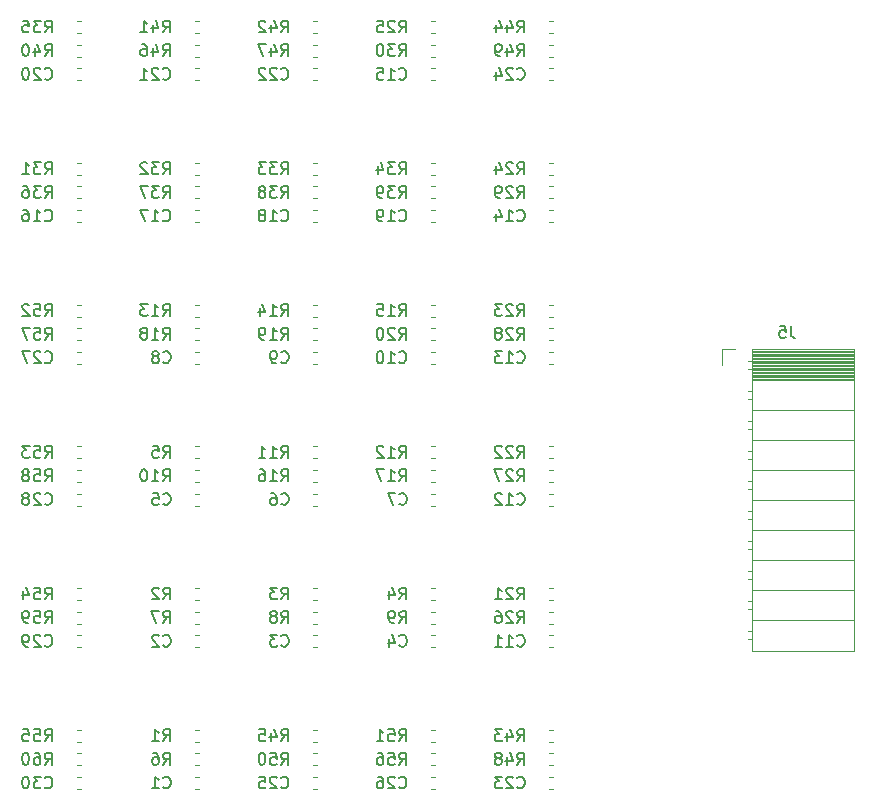
<source format=gbo>
G04 #@! TF.GenerationSoftware,KiCad,Pcbnew,5.1.6-c6e7f7d~87~ubuntu18.04.1*
G04 #@! TF.CreationDate,2021-01-02T21:50:31-05:00*
G04 #@! TF.ProjectId,dicecalc,64696365-6361-46c6-932e-6b696361645f,rev?*
G04 #@! TF.SameCoordinates,Original*
G04 #@! TF.FileFunction,Legend,Bot*
G04 #@! TF.FilePolarity,Positive*
%FSLAX46Y46*%
G04 Gerber Fmt 4.6, Leading zero omitted, Abs format (unit mm)*
G04 Created by KiCad (PCBNEW 5.1.6-c6e7f7d~87~ubuntu18.04.1) date 2021-01-02 21:50:31*
%MOMM*%
%LPD*%
G01*
G04 APERTURE LIST*
%ADD10C,0.120000*%
%ADD11C,0.150000*%
G04 APERTURE END LIST*
D10*
X88728733Y-155610000D02*
X89071267Y-155610000D01*
X88728733Y-154590000D02*
X89071267Y-154590000D01*
X88728733Y-142590000D02*
X89071267Y-142590000D01*
X88728733Y-143610000D02*
X89071267Y-143610000D01*
X99071267Y-143610000D02*
X98728733Y-143610000D01*
X99071267Y-142590000D02*
X98728733Y-142590000D01*
X109071267Y-143610000D02*
X108728733Y-143610000D01*
X109071267Y-142590000D02*
X108728733Y-142590000D01*
X88728733Y-130590000D02*
X89071267Y-130590000D01*
X88728733Y-131610000D02*
X89071267Y-131610000D01*
X99071267Y-131610000D02*
X98728733Y-131610000D01*
X99071267Y-130590000D02*
X98728733Y-130590000D01*
X109071267Y-131610000D02*
X108728733Y-131610000D01*
X109071267Y-130590000D02*
X108728733Y-130590000D01*
X88728733Y-118590000D02*
X89071267Y-118590000D01*
X88728733Y-119610000D02*
X89071267Y-119610000D01*
X98728733Y-119610000D02*
X99071267Y-119610000D01*
X98728733Y-118590000D02*
X99071267Y-118590000D01*
X109071267Y-118590000D02*
X108728733Y-118590000D01*
X109071267Y-119610000D02*
X108728733Y-119610000D01*
X119071267Y-142590000D02*
X118728733Y-142590000D01*
X119071267Y-143610000D02*
X118728733Y-143610000D01*
X119071267Y-130590000D02*
X118728733Y-130590000D01*
X119071267Y-131610000D02*
X118728733Y-131610000D01*
X119071267Y-119610000D02*
X118728733Y-119610000D01*
X119071267Y-118590000D02*
X118728733Y-118590000D01*
X119071267Y-106590000D02*
X118728733Y-106590000D01*
X119071267Y-107610000D02*
X118728733Y-107610000D01*
X109071267Y-95610000D02*
X108728733Y-95610000D01*
X109071267Y-94590000D02*
X108728733Y-94590000D01*
X78728733Y-106590000D02*
X79071267Y-106590000D01*
X78728733Y-107610000D02*
X79071267Y-107610000D01*
X88728733Y-106590000D02*
X89071267Y-106590000D01*
X88728733Y-107610000D02*
X89071267Y-107610000D01*
X98728733Y-107610000D02*
X99071267Y-107610000D01*
X98728733Y-106590000D02*
X99071267Y-106590000D01*
X109071267Y-107610000D02*
X108728733Y-107610000D01*
X109071267Y-106590000D02*
X108728733Y-106590000D01*
X78728733Y-95610000D02*
X79071267Y-95610000D01*
X78728733Y-94590000D02*
X79071267Y-94590000D01*
X88728733Y-95610000D02*
X89071267Y-95610000D01*
X88728733Y-94590000D02*
X89071267Y-94590000D01*
X98728733Y-94590000D02*
X99071267Y-94590000D01*
X98728733Y-95610000D02*
X99071267Y-95610000D01*
X119071267Y-155610000D02*
X118728733Y-155610000D01*
X119071267Y-154590000D02*
X118728733Y-154590000D01*
X119071267Y-95610000D02*
X118728733Y-95610000D01*
X119071267Y-94590000D02*
X118728733Y-94590000D01*
X99071267Y-154590000D02*
X98728733Y-154590000D01*
X99071267Y-155610000D02*
X98728733Y-155610000D01*
X109071267Y-154590000D02*
X108728733Y-154590000D01*
X109071267Y-155610000D02*
X108728733Y-155610000D01*
X78728733Y-119610000D02*
X79071267Y-119610000D01*
X78728733Y-118590000D02*
X79071267Y-118590000D01*
X78728733Y-131610000D02*
X79071267Y-131610000D01*
X78728733Y-130590000D02*
X79071267Y-130590000D01*
X78728733Y-143610000D02*
X79071267Y-143610000D01*
X78728733Y-142590000D02*
X79071267Y-142590000D01*
X78728733Y-155610000D02*
X79071267Y-155610000D01*
X78728733Y-154590000D02*
X79071267Y-154590000D01*
X88728733Y-151610000D02*
X89071267Y-151610000D01*
X88728733Y-150590000D02*
X89071267Y-150590000D01*
X88728733Y-138590000D02*
X89071267Y-138590000D01*
X88728733Y-139610000D02*
X89071267Y-139610000D01*
X99071267Y-139610000D02*
X98728733Y-139610000D01*
X99071267Y-138590000D02*
X98728733Y-138590000D01*
X109071267Y-139610000D02*
X108728733Y-139610000D01*
X109071267Y-138590000D02*
X108728733Y-138590000D01*
X88728733Y-127610000D02*
X89071267Y-127610000D01*
X88728733Y-126590000D02*
X89071267Y-126590000D01*
X89071267Y-153610000D02*
X88728733Y-153610000D01*
X89071267Y-152590000D02*
X88728733Y-152590000D01*
X89071267Y-140590000D02*
X88728733Y-140590000D01*
X89071267Y-141610000D02*
X88728733Y-141610000D01*
X98728733Y-141610000D02*
X99071267Y-141610000D01*
X98728733Y-140590000D02*
X99071267Y-140590000D01*
X108728733Y-141610000D02*
X109071267Y-141610000D01*
X108728733Y-140590000D02*
X109071267Y-140590000D01*
X89071267Y-129610000D02*
X88728733Y-129610000D01*
X89071267Y-128590000D02*
X88728733Y-128590000D01*
X99071267Y-126590000D02*
X98728733Y-126590000D01*
X99071267Y-127610000D02*
X98728733Y-127610000D01*
X109071267Y-126590000D02*
X108728733Y-126590000D01*
X109071267Y-127610000D02*
X108728733Y-127610000D01*
X88728733Y-115610000D02*
X89071267Y-115610000D01*
X88728733Y-114590000D02*
X89071267Y-114590000D01*
X98728733Y-115610000D02*
X99071267Y-115610000D01*
X98728733Y-114590000D02*
X99071267Y-114590000D01*
X109071267Y-114590000D02*
X108728733Y-114590000D01*
X109071267Y-115610000D02*
X108728733Y-115610000D01*
X98728733Y-128590000D02*
X99071267Y-128590000D01*
X98728733Y-129610000D02*
X99071267Y-129610000D01*
X108728733Y-128590000D02*
X109071267Y-128590000D01*
X108728733Y-129610000D02*
X109071267Y-129610000D01*
X89071267Y-117610000D02*
X88728733Y-117610000D01*
X89071267Y-116590000D02*
X88728733Y-116590000D01*
X99071267Y-117610000D02*
X98728733Y-117610000D01*
X99071267Y-116590000D02*
X98728733Y-116590000D01*
X108728733Y-116590000D02*
X109071267Y-116590000D01*
X108728733Y-117610000D02*
X109071267Y-117610000D01*
X119071267Y-138590000D02*
X118728733Y-138590000D01*
X119071267Y-139610000D02*
X118728733Y-139610000D01*
X119071267Y-126590000D02*
X118728733Y-126590000D01*
X119071267Y-127610000D02*
X118728733Y-127610000D01*
X119071267Y-114590000D02*
X118728733Y-114590000D01*
X119071267Y-115610000D02*
X118728733Y-115610000D01*
X119071267Y-102590000D02*
X118728733Y-102590000D01*
X119071267Y-103610000D02*
X118728733Y-103610000D01*
X109071267Y-90590000D02*
X108728733Y-90590000D01*
X109071267Y-91610000D02*
X108728733Y-91610000D01*
X118728733Y-140590000D02*
X119071267Y-140590000D01*
X118728733Y-141610000D02*
X119071267Y-141610000D01*
X118728733Y-128590000D02*
X119071267Y-128590000D01*
X118728733Y-129610000D02*
X119071267Y-129610000D01*
X118728733Y-116590000D02*
X119071267Y-116590000D01*
X118728733Y-117610000D02*
X119071267Y-117610000D01*
X118728733Y-104590000D02*
X119071267Y-104590000D01*
X118728733Y-105610000D02*
X119071267Y-105610000D01*
X108728733Y-92590000D02*
X109071267Y-92590000D01*
X108728733Y-93610000D02*
X109071267Y-93610000D01*
X78728733Y-103610000D02*
X79071267Y-103610000D01*
X78728733Y-102590000D02*
X79071267Y-102590000D01*
X88728733Y-102590000D02*
X89071267Y-102590000D01*
X88728733Y-103610000D02*
X89071267Y-103610000D01*
X98728733Y-102590000D02*
X99071267Y-102590000D01*
X98728733Y-103610000D02*
X99071267Y-103610000D01*
X109071267Y-103610000D02*
X108728733Y-103610000D01*
X109071267Y-102590000D02*
X108728733Y-102590000D01*
X78728733Y-90590000D02*
X79071267Y-90590000D01*
X78728733Y-91610000D02*
X79071267Y-91610000D01*
X79071267Y-105610000D02*
X78728733Y-105610000D01*
X79071267Y-104590000D02*
X78728733Y-104590000D01*
X89071267Y-104590000D02*
X88728733Y-104590000D01*
X89071267Y-105610000D02*
X88728733Y-105610000D01*
X99071267Y-104590000D02*
X98728733Y-104590000D01*
X99071267Y-105610000D02*
X98728733Y-105610000D01*
X108728733Y-105610000D02*
X109071267Y-105610000D01*
X108728733Y-104590000D02*
X109071267Y-104590000D01*
X79071267Y-92590000D02*
X78728733Y-92590000D01*
X79071267Y-93610000D02*
X78728733Y-93610000D01*
X88728733Y-90590000D02*
X89071267Y-90590000D01*
X88728733Y-91610000D02*
X89071267Y-91610000D01*
X98728733Y-90590000D02*
X99071267Y-90590000D01*
X98728733Y-91610000D02*
X99071267Y-91610000D01*
X119071267Y-151610000D02*
X118728733Y-151610000D01*
X119071267Y-150590000D02*
X118728733Y-150590000D01*
X119071267Y-91610000D02*
X118728733Y-91610000D01*
X119071267Y-90590000D02*
X118728733Y-90590000D01*
X99071267Y-151610000D02*
X98728733Y-151610000D01*
X99071267Y-150590000D02*
X98728733Y-150590000D01*
X89071267Y-92590000D02*
X88728733Y-92590000D01*
X89071267Y-93610000D02*
X88728733Y-93610000D01*
X99071267Y-92590000D02*
X98728733Y-92590000D01*
X99071267Y-93610000D02*
X98728733Y-93610000D01*
X118728733Y-153610000D02*
X119071267Y-153610000D01*
X118728733Y-152590000D02*
X119071267Y-152590000D01*
X118728733Y-93610000D02*
X119071267Y-93610000D01*
X118728733Y-92590000D02*
X119071267Y-92590000D01*
X98728733Y-153610000D02*
X99071267Y-153610000D01*
X98728733Y-152590000D02*
X99071267Y-152590000D01*
X109071267Y-151610000D02*
X108728733Y-151610000D01*
X109071267Y-150590000D02*
X108728733Y-150590000D01*
X78728733Y-114590000D02*
X79071267Y-114590000D01*
X78728733Y-115610000D02*
X79071267Y-115610000D01*
X78728733Y-126590000D02*
X79071267Y-126590000D01*
X78728733Y-127610000D02*
X79071267Y-127610000D01*
X78728733Y-139610000D02*
X79071267Y-139610000D01*
X78728733Y-138590000D02*
X79071267Y-138590000D01*
X78728733Y-151610000D02*
X79071267Y-151610000D01*
X78728733Y-150590000D02*
X79071267Y-150590000D01*
X108728733Y-153610000D02*
X109071267Y-153610000D01*
X108728733Y-152590000D02*
X109071267Y-152590000D01*
X79071267Y-116590000D02*
X78728733Y-116590000D01*
X79071267Y-117610000D02*
X78728733Y-117610000D01*
X79071267Y-128590000D02*
X78728733Y-128590000D01*
X79071267Y-129610000D02*
X78728733Y-129610000D01*
X79071267Y-141610000D02*
X78728733Y-141610000D01*
X79071267Y-140590000D02*
X78728733Y-140590000D01*
X79071267Y-153610000D02*
X78728733Y-153610000D01*
X79071267Y-152590000D02*
X78728733Y-152590000D01*
X134500000Y-118390000D02*
X133390000Y-118390000D01*
X133390000Y-118390000D02*
X133390000Y-119720000D01*
X144590000Y-118390000D02*
X144590000Y-143910000D01*
X144590000Y-143910000D02*
X135960000Y-143910000D01*
X135960000Y-118390000D02*
X135960000Y-143910000D01*
X144590000Y-118390000D02*
X135960000Y-118390000D01*
X144590000Y-141310000D02*
X135960000Y-141310000D01*
X144590000Y-138770000D02*
X135960000Y-138770000D01*
X144590000Y-136230000D02*
X135960000Y-136230000D01*
X144590000Y-133690000D02*
X135960000Y-133690000D01*
X144590000Y-131150000D02*
X135960000Y-131150000D01*
X144590000Y-128610000D02*
X135960000Y-128610000D01*
X144590000Y-126070000D02*
X135960000Y-126070000D01*
X144590000Y-123530000D02*
X135960000Y-123530000D01*
X144590000Y-120990000D02*
X135960000Y-120990000D01*
X135960000Y-142940000D02*
X135550000Y-142940000D01*
X135960000Y-142220000D02*
X135550000Y-142220000D01*
X135960000Y-140400000D02*
X135550000Y-140400000D01*
X135960000Y-139680000D02*
X135550000Y-139680000D01*
X135960000Y-137860000D02*
X135550000Y-137860000D01*
X135960000Y-137140000D02*
X135550000Y-137140000D01*
X135960000Y-135320000D02*
X135550000Y-135320000D01*
X135960000Y-134600000D02*
X135550000Y-134600000D01*
X135960000Y-132780000D02*
X135550000Y-132780000D01*
X135960000Y-132060000D02*
X135550000Y-132060000D01*
X135960000Y-130240000D02*
X135550000Y-130240000D01*
X135960000Y-129520000D02*
X135550000Y-129520000D01*
X135960000Y-127700000D02*
X135550000Y-127700000D01*
X135960000Y-126980000D02*
X135550000Y-126980000D01*
X135960000Y-125160000D02*
X135550000Y-125160000D01*
X135960000Y-124440000D02*
X135550000Y-124440000D01*
X135960000Y-122620000D02*
X135550000Y-122620000D01*
X135960000Y-121900000D02*
X135550000Y-121900000D01*
X135960000Y-120080000D02*
X135610000Y-120080000D01*
X135960000Y-119360000D02*
X135610000Y-119360000D01*
X144590000Y-120871900D02*
X135960000Y-120871900D01*
X144590000Y-120753805D02*
X135960000Y-120753805D01*
X144590000Y-120635710D02*
X135960000Y-120635710D01*
X144590000Y-120517615D02*
X135960000Y-120517615D01*
X144590000Y-120399520D02*
X135960000Y-120399520D01*
X144590000Y-120281425D02*
X135960000Y-120281425D01*
X144590000Y-120163330D02*
X135960000Y-120163330D01*
X144590000Y-120045235D02*
X135960000Y-120045235D01*
X144590000Y-119927140D02*
X135960000Y-119927140D01*
X144590000Y-119809045D02*
X135960000Y-119809045D01*
X144590000Y-119690950D02*
X135960000Y-119690950D01*
X144590000Y-119572855D02*
X135960000Y-119572855D01*
X144590000Y-119454760D02*
X135960000Y-119454760D01*
X144590000Y-119336665D02*
X135960000Y-119336665D01*
X144590000Y-119218570D02*
X135960000Y-119218570D01*
X144590000Y-119100475D02*
X135960000Y-119100475D01*
X144590000Y-118982380D02*
X135960000Y-118982380D01*
X144590000Y-118864285D02*
X135960000Y-118864285D01*
X144590000Y-118746190D02*
X135960000Y-118746190D01*
X144590000Y-118628095D02*
X135960000Y-118628095D01*
X144590000Y-118510000D02*
X135960000Y-118510000D01*
D11*
X86066666Y-155457142D02*
X86114285Y-155504761D01*
X86257142Y-155552380D01*
X86352380Y-155552380D01*
X86495238Y-155504761D01*
X86590476Y-155409523D01*
X86638095Y-155314285D01*
X86685714Y-155123809D01*
X86685714Y-154980952D01*
X86638095Y-154790476D01*
X86590476Y-154695238D01*
X86495238Y-154600000D01*
X86352380Y-154552380D01*
X86257142Y-154552380D01*
X86114285Y-154600000D01*
X86066666Y-154647619D01*
X85114285Y-155552380D02*
X85685714Y-155552380D01*
X85400000Y-155552380D02*
X85400000Y-154552380D01*
X85495238Y-154695238D01*
X85590476Y-154790476D01*
X85685714Y-154838095D01*
X86066666Y-143457142D02*
X86114285Y-143504761D01*
X86257142Y-143552380D01*
X86352380Y-143552380D01*
X86495238Y-143504761D01*
X86590476Y-143409523D01*
X86638095Y-143314285D01*
X86685714Y-143123809D01*
X86685714Y-142980952D01*
X86638095Y-142790476D01*
X86590476Y-142695238D01*
X86495238Y-142600000D01*
X86352380Y-142552380D01*
X86257142Y-142552380D01*
X86114285Y-142600000D01*
X86066666Y-142647619D01*
X85685714Y-142647619D02*
X85638095Y-142600000D01*
X85542857Y-142552380D01*
X85304761Y-142552380D01*
X85209523Y-142600000D01*
X85161904Y-142647619D01*
X85114285Y-142742857D01*
X85114285Y-142838095D01*
X85161904Y-142980952D01*
X85733333Y-143552380D01*
X85114285Y-143552380D01*
X96066666Y-143457142D02*
X96114285Y-143504761D01*
X96257142Y-143552380D01*
X96352380Y-143552380D01*
X96495238Y-143504761D01*
X96590476Y-143409523D01*
X96638095Y-143314285D01*
X96685714Y-143123809D01*
X96685714Y-142980952D01*
X96638095Y-142790476D01*
X96590476Y-142695238D01*
X96495238Y-142600000D01*
X96352380Y-142552380D01*
X96257142Y-142552380D01*
X96114285Y-142600000D01*
X96066666Y-142647619D01*
X95733333Y-142552380D02*
X95114285Y-142552380D01*
X95447619Y-142933333D01*
X95304761Y-142933333D01*
X95209523Y-142980952D01*
X95161904Y-143028571D01*
X95114285Y-143123809D01*
X95114285Y-143361904D01*
X95161904Y-143457142D01*
X95209523Y-143504761D01*
X95304761Y-143552380D01*
X95590476Y-143552380D01*
X95685714Y-143504761D01*
X95733333Y-143457142D01*
X106066666Y-143457142D02*
X106114285Y-143504761D01*
X106257142Y-143552380D01*
X106352380Y-143552380D01*
X106495238Y-143504761D01*
X106590476Y-143409523D01*
X106638095Y-143314285D01*
X106685714Y-143123809D01*
X106685714Y-142980952D01*
X106638095Y-142790476D01*
X106590476Y-142695238D01*
X106495238Y-142600000D01*
X106352380Y-142552380D01*
X106257142Y-142552380D01*
X106114285Y-142600000D01*
X106066666Y-142647619D01*
X105209523Y-142885714D02*
X105209523Y-143552380D01*
X105447619Y-142504761D02*
X105685714Y-143219047D01*
X105066666Y-143219047D01*
X86066666Y-131457142D02*
X86114285Y-131504761D01*
X86257142Y-131552380D01*
X86352380Y-131552380D01*
X86495238Y-131504761D01*
X86590476Y-131409523D01*
X86638095Y-131314285D01*
X86685714Y-131123809D01*
X86685714Y-130980952D01*
X86638095Y-130790476D01*
X86590476Y-130695238D01*
X86495238Y-130600000D01*
X86352380Y-130552380D01*
X86257142Y-130552380D01*
X86114285Y-130600000D01*
X86066666Y-130647619D01*
X85161904Y-130552380D02*
X85638095Y-130552380D01*
X85685714Y-131028571D01*
X85638095Y-130980952D01*
X85542857Y-130933333D01*
X85304761Y-130933333D01*
X85209523Y-130980952D01*
X85161904Y-131028571D01*
X85114285Y-131123809D01*
X85114285Y-131361904D01*
X85161904Y-131457142D01*
X85209523Y-131504761D01*
X85304761Y-131552380D01*
X85542857Y-131552380D01*
X85638095Y-131504761D01*
X85685714Y-131457142D01*
X96066666Y-131457142D02*
X96114285Y-131504761D01*
X96257142Y-131552380D01*
X96352380Y-131552380D01*
X96495238Y-131504761D01*
X96590476Y-131409523D01*
X96638095Y-131314285D01*
X96685714Y-131123809D01*
X96685714Y-130980952D01*
X96638095Y-130790476D01*
X96590476Y-130695238D01*
X96495238Y-130600000D01*
X96352380Y-130552380D01*
X96257142Y-130552380D01*
X96114285Y-130600000D01*
X96066666Y-130647619D01*
X95209523Y-130552380D02*
X95400000Y-130552380D01*
X95495238Y-130600000D01*
X95542857Y-130647619D01*
X95638095Y-130790476D01*
X95685714Y-130980952D01*
X95685714Y-131361904D01*
X95638095Y-131457142D01*
X95590476Y-131504761D01*
X95495238Y-131552380D01*
X95304761Y-131552380D01*
X95209523Y-131504761D01*
X95161904Y-131457142D01*
X95114285Y-131361904D01*
X95114285Y-131123809D01*
X95161904Y-131028571D01*
X95209523Y-130980952D01*
X95304761Y-130933333D01*
X95495238Y-130933333D01*
X95590476Y-130980952D01*
X95638095Y-131028571D01*
X95685714Y-131123809D01*
X106066666Y-131457142D02*
X106114285Y-131504761D01*
X106257142Y-131552380D01*
X106352380Y-131552380D01*
X106495238Y-131504761D01*
X106590476Y-131409523D01*
X106638095Y-131314285D01*
X106685714Y-131123809D01*
X106685714Y-130980952D01*
X106638095Y-130790476D01*
X106590476Y-130695238D01*
X106495238Y-130600000D01*
X106352380Y-130552380D01*
X106257142Y-130552380D01*
X106114285Y-130600000D01*
X106066666Y-130647619D01*
X105733333Y-130552380D02*
X105066666Y-130552380D01*
X105495238Y-131552380D01*
X86066666Y-119457142D02*
X86114285Y-119504761D01*
X86257142Y-119552380D01*
X86352380Y-119552380D01*
X86495238Y-119504761D01*
X86590476Y-119409523D01*
X86638095Y-119314285D01*
X86685714Y-119123809D01*
X86685714Y-118980952D01*
X86638095Y-118790476D01*
X86590476Y-118695238D01*
X86495238Y-118600000D01*
X86352380Y-118552380D01*
X86257142Y-118552380D01*
X86114285Y-118600000D01*
X86066666Y-118647619D01*
X85495238Y-118980952D02*
X85590476Y-118933333D01*
X85638095Y-118885714D01*
X85685714Y-118790476D01*
X85685714Y-118742857D01*
X85638095Y-118647619D01*
X85590476Y-118600000D01*
X85495238Y-118552380D01*
X85304761Y-118552380D01*
X85209523Y-118600000D01*
X85161904Y-118647619D01*
X85114285Y-118742857D01*
X85114285Y-118790476D01*
X85161904Y-118885714D01*
X85209523Y-118933333D01*
X85304761Y-118980952D01*
X85495238Y-118980952D01*
X85590476Y-119028571D01*
X85638095Y-119076190D01*
X85685714Y-119171428D01*
X85685714Y-119361904D01*
X85638095Y-119457142D01*
X85590476Y-119504761D01*
X85495238Y-119552380D01*
X85304761Y-119552380D01*
X85209523Y-119504761D01*
X85161904Y-119457142D01*
X85114285Y-119361904D01*
X85114285Y-119171428D01*
X85161904Y-119076190D01*
X85209523Y-119028571D01*
X85304761Y-118980952D01*
X96066666Y-119457142D02*
X96114285Y-119504761D01*
X96257142Y-119552380D01*
X96352380Y-119552380D01*
X96495238Y-119504761D01*
X96590476Y-119409523D01*
X96638095Y-119314285D01*
X96685714Y-119123809D01*
X96685714Y-118980952D01*
X96638095Y-118790476D01*
X96590476Y-118695238D01*
X96495238Y-118600000D01*
X96352380Y-118552380D01*
X96257142Y-118552380D01*
X96114285Y-118600000D01*
X96066666Y-118647619D01*
X95590476Y-119552380D02*
X95400000Y-119552380D01*
X95304761Y-119504761D01*
X95257142Y-119457142D01*
X95161904Y-119314285D01*
X95114285Y-119123809D01*
X95114285Y-118742857D01*
X95161904Y-118647619D01*
X95209523Y-118600000D01*
X95304761Y-118552380D01*
X95495238Y-118552380D01*
X95590476Y-118600000D01*
X95638095Y-118647619D01*
X95685714Y-118742857D01*
X95685714Y-118980952D01*
X95638095Y-119076190D01*
X95590476Y-119123809D01*
X95495238Y-119171428D01*
X95304761Y-119171428D01*
X95209523Y-119123809D01*
X95161904Y-119076190D01*
X95114285Y-118980952D01*
X106042857Y-119457142D02*
X106090476Y-119504761D01*
X106233333Y-119552380D01*
X106328571Y-119552380D01*
X106471428Y-119504761D01*
X106566666Y-119409523D01*
X106614285Y-119314285D01*
X106661904Y-119123809D01*
X106661904Y-118980952D01*
X106614285Y-118790476D01*
X106566666Y-118695238D01*
X106471428Y-118600000D01*
X106328571Y-118552380D01*
X106233333Y-118552380D01*
X106090476Y-118600000D01*
X106042857Y-118647619D01*
X105090476Y-119552380D02*
X105661904Y-119552380D01*
X105376190Y-119552380D02*
X105376190Y-118552380D01*
X105471428Y-118695238D01*
X105566666Y-118790476D01*
X105661904Y-118838095D01*
X104471428Y-118552380D02*
X104376190Y-118552380D01*
X104280952Y-118600000D01*
X104233333Y-118647619D01*
X104185714Y-118742857D01*
X104138095Y-118933333D01*
X104138095Y-119171428D01*
X104185714Y-119361904D01*
X104233333Y-119457142D01*
X104280952Y-119504761D01*
X104376190Y-119552380D01*
X104471428Y-119552380D01*
X104566666Y-119504761D01*
X104614285Y-119457142D01*
X104661904Y-119361904D01*
X104709523Y-119171428D01*
X104709523Y-118933333D01*
X104661904Y-118742857D01*
X104614285Y-118647619D01*
X104566666Y-118600000D01*
X104471428Y-118552380D01*
X116042857Y-143457142D02*
X116090476Y-143504761D01*
X116233333Y-143552380D01*
X116328571Y-143552380D01*
X116471428Y-143504761D01*
X116566666Y-143409523D01*
X116614285Y-143314285D01*
X116661904Y-143123809D01*
X116661904Y-142980952D01*
X116614285Y-142790476D01*
X116566666Y-142695238D01*
X116471428Y-142600000D01*
X116328571Y-142552380D01*
X116233333Y-142552380D01*
X116090476Y-142600000D01*
X116042857Y-142647619D01*
X115090476Y-143552380D02*
X115661904Y-143552380D01*
X115376190Y-143552380D02*
X115376190Y-142552380D01*
X115471428Y-142695238D01*
X115566666Y-142790476D01*
X115661904Y-142838095D01*
X114138095Y-143552380D02*
X114709523Y-143552380D01*
X114423809Y-143552380D02*
X114423809Y-142552380D01*
X114519047Y-142695238D01*
X114614285Y-142790476D01*
X114709523Y-142838095D01*
X116042857Y-131457142D02*
X116090476Y-131504761D01*
X116233333Y-131552380D01*
X116328571Y-131552380D01*
X116471428Y-131504761D01*
X116566666Y-131409523D01*
X116614285Y-131314285D01*
X116661904Y-131123809D01*
X116661904Y-130980952D01*
X116614285Y-130790476D01*
X116566666Y-130695238D01*
X116471428Y-130600000D01*
X116328571Y-130552380D01*
X116233333Y-130552380D01*
X116090476Y-130600000D01*
X116042857Y-130647619D01*
X115090476Y-131552380D02*
X115661904Y-131552380D01*
X115376190Y-131552380D02*
X115376190Y-130552380D01*
X115471428Y-130695238D01*
X115566666Y-130790476D01*
X115661904Y-130838095D01*
X114709523Y-130647619D02*
X114661904Y-130600000D01*
X114566666Y-130552380D01*
X114328571Y-130552380D01*
X114233333Y-130600000D01*
X114185714Y-130647619D01*
X114138095Y-130742857D01*
X114138095Y-130838095D01*
X114185714Y-130980952D01*
X114757142Y-131552380D01*
X114138095Y-131552380D01*
X116042857Y-119457142D02*
X116090476Y-119504761D01*
X116233333Y-119552380D01*
X116328571Y-119552380D01*
X116471428Y-119504761D01*
X116566666Y-119409523D01*
X116614285Y-119314285D01*
X116661904Y-119123809D01*
X116661904Y-118980952D01*
X116614285Y-118790476D01*
X116566666Y-118695238D01*
X116471428Y-118600000D01*
X116328571Y-118552380D01*
X116233333Y-118552380D01*
X116090476Y-118600000D01*
X116042857Y-118647619D01*
X115090476Y-119552380D02*
X115661904Y-119552380D01*
X115376190Y-119552380D02*
X115376190Y-118552380D01*
X115471428Y-118695238D01*
X115566666Y-118790476D01*
X115661904Y-118838095D01*
X114757142Y-118552380D02*
X114138095Y-118552380D01*
X114471428Y-118933333D01*
X114328571Y-118933333D01*
X114233333Y-118980952D01*
X114185714Y-119028571D01*
X114138095Y-119123809D01*
X114138095Y-119361904D01*
X114185714Y-119457142D01*
X114233333Y-119504761D01*
X114328571Y-119552380D01*
X114614285Y-119552380D01*
X114709523Y-119504761D01*
X114757142Y-119457142D01*
X116042857Y-107457142D02*
X116090476Y-107504761D01*
X116233333Y-107552380D01*
X116328571Y-107552380D01*
X116471428Y-107504761D01*
X116566666Y-107409523D01*
X116614285Y-107314285D01*
X116661904Y-107123809D01*
X116661904Y-106980952D01*
X116614285Y-106790476D01*
X116566666Y-106695238D01*
X116471428Y-106600000D01*
X116328571Y-106552380D01*
X116233333Y-106552380D01*
X116090476Y-106600000D01*
X116042857Y-106647619D01*
X115090476Y-107552380D02*
X115661904Y-107552380D01*
X115376190Y-107552380D02*
X115376190Y-106552380D01*
X115471428Y-106695238D01*
X115566666Y-106790476D01*
X115661904Y-106838095D01*
X114233333Y-106885714D02*
X114233333Y-107552380D01*
X114471428Y-106504761D02*
X114709523Y-107219047D01*
X114090476Y-107219047D01*
X106042857Y-95457142D02*
X106090476Y-95504761D01*
X106233333Y-95552380D01*
X106328571Y-95552380D01*
X106471428Y-95504761D01*
X106566666Y-95409523D01*
X106614285Y-95314285D01*
X106661904Y-95123809D01*
X106661904Y-94980952D01*
X106614285Y-94790476D01*
X106566666Y-94695238D01*
X106471428Y-94600000D01*
X106328571Y-94552380D01*
X106233333Y-94552380D01*
X106090476Y-94600000D01*
X106042857Y-94647619D01*
X105090476Y-95552380D02*
X105661904Y-95552380D01*
X105376190Y-95552380D02*
X105376190Y-94552380D01*
X105471428Y-94695238D01*
X105566666Y-94790476D01*
X105661904Y-94838095D01*
X104185714Y-94552380D02*
X104661904Y-94552380D01*
X104709523Y-95028571D01*
X104661904Y-94980952D01*
X104566666Y-94933333D01*
X104328571Y-94933333D01*
X104233333Y-94980952D01*
X104185714Y-95028571D01*
X104138095Y-95123809D01*
X104138095Y-95361904D01*
X104185714Y-95457142D01*
X104233333Y-95504761D01*
X104328571Y-95552380D01*
X104566666Y-95552380D01*
X104661904Y-95504761D01*
X104709523Y-95457142D01*
X76042857Y-107457142D02*
X76090476Y-107504761D01*
X76233333Y-107552380D01*
X76328571Y-107552380D01*
X76471428Y-107504761D01*
X76566666Y-107409523D01*
X76614285Y-107314285D01*
X76661904Y-107123809D01*
X76661904Y-106980952D01*
X76614285Y-106790476D01*
X76566666Y-106695238D01*
X76471428Y-106600000D01*
X76328571Y-106552380D01*
X76233333Y-106552380D01*
X76090476Y-106600000D01*
X76042857Y-106647619D01*
X75090476Y-107552380D02*
X75661904Y-107552380D01*
X75376190Y-107552380D02*
X75376190Y-106552380D01*
X75471428Y-106695238D01*
X75566666Y-106790476D01*
X75661904Y-106838095D01*
X74233333Y-106552380D02*
X74423809Y-106552380D01*
X74519047Y-106600000D01*
X74566666Y-106647619D01*
X74661904Y-106790476D01*
X74709523Y-106980952D01*
X74709523Y-107361904D01*
X74661904Y-107457142D01*
X74614285Y-107504761D01*
X74519047Y-107552380D01*
X74328571Y-107552380D01*
X74233333Y-107504761D01*
X74185714Y-107457142D01*
X74138095Y-107361904D01*
X74138095Y-107123809D01*
X74185714Y-107028571D01*
X74233333Y-106980952D01*
X74328571Y-106933333D01*
X74519047Y-106933333D01*
X74614285Y-106980952D01*
X74661904Y-107028571D01*
X74709523Y-107123809D01*
X86042857Y-107457142D02*
X86090476Y-107504761D01*
X86233333Y-107552380D01*
X86328571Y-107552380D01*
X86471428Y-107504761D01*
X86566666Y-107409523D01*
X86614285Y-107314285D01*
X86661904Y-107123809D01*
X86661904Y-106980952D01*
X86614285Y-106790476D01*
X86566666Y-106695238D01*
X86471428Y-106600000D01*
X86328571Y-106552380D01*
X86233333Y-106552380D01*
X86090476Y-106600000D01*
X86042857Y-106647619D01*
X85090476Y-107552380D02*
X85661904Y-107552380D01*
X85376190Y-107552380D02*
X85376190Y-106552380D01*
X85471428Y-106695238D01*
X85566666Y-106790476D01*
X85661904Y-106838095D01*
X84757142Y-106552380D02*
X84090476Y-106552380D01*
X84519047Y-107552380D01*
X96042857Y-107457142D02*
X96090476Y-107504761D01*
X96233333Y-107552380D01*
X96328571Y-107552380D01*
X96471428Y-107504761D01*
X96566666Y-107409523D01*
X96614285Y-107314285D01*
X96661904Y-107123809D01*
X96661904Y-106980952D01*
X96614285Y-106790476D01*
X96566666Y-106695238D01*
X96471428Y-106600000D01*
X96328571Y-106552380D01*
X96233333Y-106552380D01*
X96090476Y-106600000D01*
X96042857Y-106647619D01*
X95090476Y-107552380D02*
X95661904Y-107552380D01*
X95376190Y-107552380D02*
X95376190Y-106552380D01*
X95471428Y-106695238D01*
X95566666Y-106790476D01*
X95661904Y-106838095D01*
X94519047Y-106980952D02*
X94614285Y-106933333D01*
X94661904Y-106885714D01*
X94709523Y-106790476D01*
X94709523Y-106742857D01*
X94661904Y-106647619D01*
X94614285Y-106600000D01*
X94519047Y-106552380D01*
X94328571Y-106552380D01*
X94233333Y-106600000D01*
X94185714Y-106647619D01*
X94138095Y-106742857D01*
X94138095Y-106790476D01*
X94185714Y-106885714D01*
X94233333Y-106933333D01*
X94328571Y-106980952D01*
X94519047Y-106980952D01*
X94614285Y-107028571D01*
X94661904Y-107076190D01*
X94709523Y-107171428D01*
X94709523Y-107361904D01*
X94661904Y-107457142D01*
X94614285Y-107504761D01*
X94519047Y-107552380D01*
X94328571Y-107552380D01*
X94233333Y-107504761D01*
X94185714Y-107457142D01*
X94138095Y-107361904D01*
X94138095Y-107171428D01*
X94185714Y-107076190D01*
X94233333Y-107028571D01*
X94328571Y-106980952D01*
X106042857Y-107457142D02*
X106090476Y-107504761D01*
X106233333Y-107552380D01*
X106328571Y-107552380D01*
X106471428Y-107504761D01*
X106566666Y-107409523D01*
X106614285Y-107314285D01*
X106661904Y-107123809D01*
X106661904Y-106980952D01*
X106614285Y-106790476D01*
X106566666Y-106695238D01*
X106471428Y-106600000D01*
X106328571Y-106552380D01*
X106233333Y-106552380D01*
X106090476Y-106600000D01*
X106042857Y-106647619D01*
X105090476Y-107552380D02*
X105661904Y-107552380D01*
X105376190Y-107552380D02*
X105376190Y-106552380D01*
X105471428Y-106695238D01*
X105566666Y-106790476D01*
X105661904Y-106838095D01*
X104614285Y-107552380D02*
X104423809Y-107552380D01*
X104328571Y-107504761D01*
X104280952Y-107457142D01*
X104185714Y-107314285D01*
X104138095Y-107123809D01*
X104138095Y-106742857D01*
X104185714Y-106647619D01*
X104233333Y-106600000D01*
X104328571Y-106552380D01*
X104519047Y-106552380D01*
X104614285Y-106600000D01*
X104661904Y-106647619D01*
X104709523Y-106742857D01*
X104709523Y-106980952D01*
X104661904Y-107076190D01*
X104614285Y-107123809D01*
X104519047Y-107171428D01*
X104328571Y-107171428D01*
X104233333Y-107123809D01*
X104185714Y-107076190D01*
X104138095Y-106980952D01*
X76042857Y-95457142D02*
X76090476Y-95504761D01*
X76233333Y-95552380D01*
X76328571Y-95552380D01*
X76471428Y-95504761D01*
X76566666Y-95409523D01*
X76614285Y-95314285D01*
X76661904Y-95123809D01*
X76661904Y-94980952D01*
X76614285Y-94790476D01*
X76566666Y-94695238D01*
X76471428Y-94600000D01*
X76328571Y-94552380D01*
X76233333Y-94552380D01*
X76090476Y-94600000D01*
X76042857Y-94647619D01*
X75661904Y-94647619D02*
X75614285Y-94600000D01*
X75519047Y-94552380D01*
X75280952Y-94552380D01*
X75185714Y-94600000D01*
X75138095Y-94647619D01*
X75090476Y-94742857D01*
X75090476Y-94838095D01*
X75138095Y-94980952D01*
X75709523Y-95552380D01*
X75090476Y-95552380D01*
X74471428Y-94552380D02*
X74376190Y-94552380D01*
X74280952Y-94600000D01*
X74233333Y-94647619D01*
X74185714Y-94742857D01*
X74138095Y-94933333D01*
X74138095Y-95171428D01*
X74185714Y-95361904D01*
X74233333Y-95457142D01*
X74280952Y-95504761D01*
X74376190Y-95552380D01*
X74471428Y-95552380D01*
X74566666Y-95504761D01*
X74614285Y-95457142D01*
X74661904Y-95361904D01*
X74709523Y-95171428D01*
X74709523Y-94933333D01*
X74661904Y-94742857D01*
X74614285Y-94647619D01*
X74566666Y-94600000D01*
X74471428Y-94552380D01*
X86042857Y-95457142D02*
X86090476Y-95504761D01*
X86233333Y-95552380D01*
X86328571Y-95552380D01*
X86471428Y-95504761D01*
X86566666Y-95409523D01*
X86614285Y-95314285D01*
X86661904Y-95123809D01*
X86661904Y-94980952D01*
X86614285Y-94790476D01*
X86566666Y-94695238D01*
X86471428Y-94600000D01*
X86328571Y-94552380D01*
X86233333Y-94552380D01*
X86090476Y-94600000D01*
X86042857Y-94647619D01*
X85661904Y-94647619D02*
X85614285Y-94600000D01*
X85519047Y-94552380D01*
X85280952Y-94552380D01*
X85185714Y-94600000D01*
X85138095Y-94647619D01*
X85090476Y-94742857D01*
X85090476Y-94838095D01*
X85138095Y-94980952D01*
X85709523Y-95552380D01*
X85090476Y-95552380D01*
X84138095Y-95552380D02*
X84709523Y-95552380D01*
X84423809Y-95552380D02*
X84423809Y-94552380D01*
X84519047Y-94695238D01*
X84614285Y-94790476D01*
X84709523Y-94838095D01*
X96042857Y-95457142D02*
X96090476Y-95504761D01*
X96233333Y-95552380D01*
X96328571Y-95552380D01*
X96471428Y-95504761D01*
X96566666Y-95409523D01*
X96614285Y-95314285D01*
X96661904Y-95123809D01*
X96661904Y-94980952D01*
X96614285Y-94790476D01*
X96566666Y-94695238D01*
X96471428Y-94600000D01*
X96328571Y-94552380D01*
X96233333Y-94552380D01*
X96090476Y-94600000D01*
X96042857Y-94647619D01*
X95661904Y-94647619D02*
X95614285Y-94600000D01*
X95519047Y-94552380D01*
X95280952Y-94552380D01*
X95185714Y-94600000D01*
X95138095Y-94647619D01*
X95090476Y-94742857D01*
X95090476Y-94838095D01*
X95138095Y-94980952D01*
X95709523Y-95552380D01*
X95090476Y-95552380D01*
X94709523Y-94647619D02*
X94661904Y-94600000D01*
X94566666Y-94552380D01*
X94328571Y-94552380D01*
X94233333Y-94600000D01*
X94185714Y-94647619D01*
X94138095Y-94742857D01*
X94138095Y-94838095D01*
X94185714Y-94980952D01*
X94757142Y-95552380D01*
X94138095Y-95552380D01*
X116042857Y-155457142D02*
X116090476Y-155504761D01*
X116233333Y-155552380D01*
X116328571Y-155552380D01*
X116471428Y-155504761D01*
X116566666Y-155409523D01*
X116614285Y-155314285D01*
X116661904Y-155123809D01*
X116661904Y-154980952D01*
X116614285Y-154790476D01*
X116566666Y-154695238D01*
X116471428Y-154600000D01*
X116328571Y-154552380D01*
X116233333Y-154552380D01*
X116090476Y-154600000D01*
X116042857Y-154647619D01*
X115661904Y-154647619D02*
X115614285Y-154600000D01*
X115519047Y-154552380D01*
X115280952Y-154552380D01*
X115185714Y-154600000D01*
X115138095Y-154647619D01*
X115090476Y-154742857D01*
X115090476Y-154838095D01*
X115138095Y-154980952D01*
X115709523Y-155552380D01*
X115090476Y-155552380D01*
X114757142Y-154552380D02*
X114138095Y-154552380D01*
X114471428Y-154933333D01*
X114328571Y-154933333D01*
X114233333Y-154980952D01*
X114185714Y-155028571D01*
X114138095Y-155123809D01*
X114138095Y-155361904D01*
X114185714Y-155457142D01*
X114233333Y-155504761D01*
X114328571Y-155552380D01*
X114614285Y-155552380D01*
X114709523Y-155504761D01*
X114757142Y-155457142D01*
X116042857Y-95457142D02*
X116090476Y-95504761D01*
X116233333Y-95552380D01*
X116328571Y-95552380D01*
X116471428Y-95504761D01*
X116566666Y-95409523D01*
X116614285Y-95314285D01*
X116661904Y-95123809D01*
X116661904Y-94980952D01*
X116614285Y-94790476D01*
X116566666Y-94695238D01*
X116471428Y-94600000D01*
X116328571Y-94552380D01*
X116233333Y-94552380D01*
X116090476Y-94600000D01*
X116042857Y-94647619D01*
X115661904Y-94647619D02*
X115614285Y-94600000D01*
X115519047Y-94552380D01*
X115280952Y-94552380D01*
X115185714Y-94600000D01*
X115138095Y-94647619D01*
X115090476Y-94742857D01*
X115090476Y-94838095D01*
X115138095Y-94980952D01*
X115709523Y-95552380D01*
X115090476Y-95552380D01*
X114233333Y-94885714D02*
X114233333Y-95552380D01*
X114471428Y-94504761D02*
X114709523Y-95219047D01*
X114090476Y-95219047D01*
X96042857Y-155457142D02*
X96090476Y-155504761D01*
X96233333Y-155552380D01*
X96328571Y-155552380D01*
X96471428Y-155504761D01*
X96566666Y-155409523D01*
X96614285Y-155314285D01*
X96661904Y-155123809D01*
X96661904Y-154980952D01*
X96614285Y-154790476D01*
X96566666Y-154695238D01*
X96471428Y-154600000D01*
X96328571Y-154552380D01*
X96233333Y-154552380D01*
X96090476Y-154600000D01*
X96042857Y-154647619D01*
X95661904Y-154647619D02*
X95614285Y-154600000D01*
X95519047Y-154552380D01*
X95280952Y-154552380D01*
X95185714Y-154600000D01*
X95138095Y-154647619D01*
X95090476Y-154742857D01*
X95090476Y-154838095D01*
X95138095Y-154980952D01*
X95709523Y-155552380D01*
X95090476Y-155552380D01*
X94185714Y-154552380D02*
X94661904Y-154552380D01*
X94709523Y-155028571D01*
X94661904Y-154980952D01*
X94566666Y-154933333D01*
X94328571Y-154933333D01*
X94233333Y-154980952D01*
X94185714Y-155028571D01*
X94138095Y-155123809D01*
X94138095Y-155361904D01*
X94185714Y-155457142D01*
X94233333Y-155504761D01*
X94328571Y-155552380D01*
X94566666Y-155552380D01*
X94661904Y-155504761D01*
X94709523Y-155457142D01*
X106042857Y-155457142D02*
X106090476Y-155504761D01*
X106233333Y-155552380D01*
X106328571Y-155552380D01*
X106471428Y-155504761D01*
X106566666Y-155409523D01*
X106614285Y-155314285D01*
X106661904Y-155123809D01*
X106661904Y-154980952D01*
X106614285Y-154790476D01*
X106566666Y-154695238D01*
X106471428Y-154600000D01*
X106328571Y-154552380D01*
X106233333Y-154552380D01*
X106090476Y-154600000D01*
X106042857Y-154647619D01*
X105661904Y-154647619D02*
X105614285Y-154600000D01*
X105519047Y-154552380D01*
X105280952Y-154552380D01*
X105185714Y-154600000D01*
X105138095Y-154647619D01*
X105090476Y-154742857D01*
X105090476Y-154838095D01*
X105138095Y-154980952D01*
X105709523Y-155552380D01*
X105090476Y-155552380D01*
X104233333Y-154552380D02*
X104423809Y-154552380D01*
X104519047Y-154600000D01*
X104566666Y-154647619D01*
X104661904Y-154790476D01*
X104709523Y-154980952D01*
X104709523Y-155361904D01*
X104661904Y-155457142D01*
X104614285Y-155504761D01*
X104519047Y-155552380D01*
X104328571Y-155552380D01*
X104233333Y-155504761D01*
X104185714Y-155457142D01*
X104138095Y-155361904D01*
X104138095Y-155123809D01*
X104185714Y-155028571D01*
X104233333Y-154980952D01*
X104328571Y-154933333D01*
X104519047Y-154933333D01*
X104614285Y-154980952D01*
X104661904Y-155028571D01*
X104709523Y-155123809D01*
X76042857Y-119457142D02*
X76090476Y-119504761D01*
X76233333Y-119552380D01*
X76328571Y-119552380D01*
X76471428Y-119504761D01*
X76566666Y-119409523D01*
X76614285Y-119314285D01*
X76661904Y-119123809D01*
X76661904Y-118980952D01*
X76614285Y-118790476D01*
X76566666Y-118695238D01*
X76471428Y-118600000D01*
X76328571Y-118552380D01*
X76233333Y-118552380D01*
X76090476Y-118600000D01*
X76042857Y-118647619D01*
X75661904Y-118647619D02*
X75614285Y-118600000D01*
X75519047Y-118552380D01*
X75280952Y-118552380D01*
X75185714Y-118600000D01*
X75138095Y-118647619D01*
X75090476Y-118742857D01*
X75090476Y-118838095D01*
X75138095Y-118980952D01*
X75709523Y-119552380D01*
X75090476Y-119552380D01*
X74757142Y-118552380D02*
X74090476Y-118552380D01*
X74519047Y-119552380D01*
X76042857Y-131457142D02*
X76090476Y-131504761D01*
X76233333Y-131552380D01*
X76328571Y-131552380D01*
X76471428Y-131504761D01*
X76566666Y-131409523D01*
X76614285Y-131314285D01*
X76661904Y-131123809D01*
X76661904Y-130980952D01*
X76614285Y-130790476D01*
X76566666Y-130695238D01*
X76471428Y-130600000D01*
X76328571Y-130552380D01*
X76233333Y-130552380D01*
X76090476Y-130600000D01*
X76042857Y-130647619D01*
X75661904Y-130647619D02*
X75614285Y-130600000D01*
X75519047Y-130552380D01*
X75280952Y-130552380D01*
X75185714Y-130600000D01*
X75138095Y-130647619D01*
X75090476Y-130742857D01*
X75090476Y-130838095D01*
X75138095Y-130980952D01*
X75709523Y-131552380D01*
X75090476Y-131552380D01*
X74519047Y-130980952D02*
X74614285Y-130933333D01*
X74661904Y-130885714D01*
X74709523Y-130790476D01*
X74709523Y-130742857D01*
X74661904Y-130647619D01*
X74614285Y-130600000D01*
X74519047Y-130552380D01*
X74328571Y-130552380D01*
X74233333Y-130600000D01*
X74185714Y-130647619D01*
X74138095Y-130742857D01*
X74138095Y-130790476D01*
X74185714Y-130885714D01*
X74233333Y-130933333D01*
X74328571Y-130980952D01*
X74519047Y-130980952D01*
X74614285Y-131028571D01*
X74661904Y-131076190D01*
X74709523Y-131171428D01*
X74709523Y-131361904D01*
X74661904Y-131457142D01*
X74614285Y-131504761D01*
X74519047Y-131552380D01*
X74328571Y-131552380D01*
X74233333Y-131504761D01*
X74185714Y-131457142D01*
X74138095Y-131361904D01*
X74138095Y-131171428D01*
X74185714Y-131076190D01*
X74233333Y-131028571D01*
X74328571Y-130980952D01*
X76042857Y-143457142D02*
X76090476Y-143504761D01*
X76233333Y-143552380D01*
X76328571Y-143552380D01*
X76471428Y-143504761D01*
X76566666Y-143409523D01*
X76614285Y-143314285D01*
X76661904Y-143123809D01*
X76661904Y-142980952D01*
X76614285Y-142790476D01*
X76566666Y-142695238D01*
X76471428Y-142600000D01*
X76328571Y-142552380D01*
X76233333Y-142552380D01*
X76090476Y-142600000D01*
X76042857Y-142647619D01*
X75661904Y-142647619D02*
X75614285Y-142600000D01*
X75519047Y-142552380D01*
X75280952Y-142552380D01*
X75185714Y-142600000D01*
X75138095Y-142647619D01*
X75090476Y-142742857D01*
X75090476Y-142838095D01*
X75138095Y-142980952D01*
X75709523Y-143552380D01*
X75090476Y-143552380D01*
X74614285Y-143552380D02*
X74423809Y-143552380D01*
X74328571Y-143504761D01*
X74280952Y-143457142D01*
X74185714Y-143314285D01*
X74138095Y-143123809D01*
X74138095Y-142742857D01*
X74185714Y-142647619D01*
X74233333Y-142600000D01*
X74328571Y-142552380D01*
X74519047Y-142552380D01*
X74614285Y-142600000D01*
X74661904Y-142647619D01*
X74709523Y-142742857D01*
X74709523Y-142980952D01*
X74661904Y-143076190D01*
X74614285Y-143123809D01*
X74519047Y-143171428D01*
X74328571Y-143171428D01*
X74233333Y-143123809D01*
X74185714Y-143076190D01*
X74138095Y-142980952D01*
X76042857Y-155457142D02*
X76090476Y-155504761D01*
X76233333Y-155552380D01*
X76328571Y-155552380D01*
X76471428Y-155504761D01*
X76566666Y-155409523D01*
X76614285Y-155314285D01*
X76661904Y-155123809D01*
X76661904Y-154980952D01*
X76614285Y-154790476D01*
X76566666Y-154695238D01*
X76471428Y-154600000D01*
X76328571Y-154552380D01*
X76233333Y-154552380D01*
X76090476Y-154600000D01*
X76042857Y-154647619D01*
X75709523Y-154552380D02*
X75090476Y-154552380D01*
X75423809Y-154933333D01*
X75280952Y-154933333D01*
X75185714Y-154980952D01*
X75138095Y-155028571D01*
X75090476Y-155123809D01*
X75090476Y-155361904D01*
X75138095Y-155457142D01*
X75185714Y-155504761D01*
X75280952Y-155552380D01*
X75566666Y-155552380D01*
X75661904Y-155504761D01*
X75709523Y-155457142D01*
X74471428Y-154552380D02*
X74376190Y-154552380D01*
X74280952Y-154600000D01*
X74233333Y-154647619D01*
X74185714Y-154742857D01*
X74138095Y-154933333D01*
X74138095Y-155171428D01*
X74185714Y-155361904D01*
X74233333Y-155457142D01*
X74280952Y-155504761D01*
X74376190Y-155552380D01*
X74471428Y-155552380D01*
X74566666Y-155504761D01*
X74614285Y-155457142D01*
X74661904Y-155361904D01*
X74709523Y-155171428D01*
X74709523Y-154933333D01*
X74661904Y-154742857D01*
X74614285Y-154647619D01*
X74566666Y-154600000D01*
X74471428Y-154552380D01*
X86066666Y-151552380D02*
X86400000Y-151076190D01*
X86638095Y-151552380D02*
X86638095Y-150552380D01*
X86257142Y-150552380D01*
X86161904Y-150600000D01*
X86114285Y-150647619D01*
X86066666Y-150742857D01*
X86066666Y-150885714D01*
X86114285Y-150980952D01*
X86161904Y-151028571D01*
X86257142Y-151076190D01*
X86638095Y-151076190D01*
X85114285Y-151552380D02*
X85685714Y-151552380D01*
X85400000Y-151552380D02*
X85400000Y-150552380D01*
X85495238Y-150695238D01*
X85590476Y-150790476D01*
X85685714Y-150838095D01*
X86066666Y-139552380D02*
X86400000Y-139076190D01*
X86638095Y-139552380D02*
X86638095Y-138552380D01*
X86257142Y-138552380D01*
X86161904Y-138600000D01*
X86114285Y-138647619D01*
X86066666Y-138742857D01*
X86066666Y-138885714D01*
X86114285Y-138980952D01*
X86161904Y-139028571D01*
X86257142Y-139076190D01*
X86638095Y-139076190D01*
X85685714Y-138647619D02*
X85638095Y-138600000D01*
X85542857Y-138552380D01*
X85304761Y-138552380D01*
X85209523Y-138600000D01*
X85161904Y-138647619D01*
X85114285Y-138742857D01*
X85114285Y-138838095D01*
X85161904Y-138980952D01*
X85733333Y-139552380D01*
X85114285Y-139552380D01*
X96066666Y-139552380D02*
X96400000Y-139076190D01*
X96638095Y-139552380D02*
X96638095Y-138552380D01*
X96257142Y-138552380D01*
X96161904Y-138600000D01*
X96114285Y-138647619D01*
X96066666Y-138742857D01*
X96066666Y-138885714D01*
X96114285Y-138980952D01*
X96161904Y-139028571D01*
X96257142Y-139076190D01*
X96638095Y-139076190D01*
X95733333Y-138552380D02*
X95114285Y-138552380D01*
X95447619Y-138933333D01*
X95304761Y-138933333D01*
X95209523Y-138980952D01*
X95161904Y-139028571D01*
X95114285Y-139123809D01*
X95114285Y-139361904D01*
X95161904Y-139457142D01*
X95209523Y-139504761D01*
X95304761Y-139552380D01*
X95590476Y-139552380D01*
X95685714Y-139504761D01*
X95733333Y-139457142D01*
X106066666Y-139552380D02*
X106400000Y-139076190D01*
X106638095Y-139552380D02*
X106638095Y-138552380D01*
X106257142Y-138552380D01*
X106161904Y-138600000D01*
X106114285Y-138647619D01*
X106066666Y-138742857D01*
X106066666Y-138885714D01*
X106114285Y-138980952D01*
X106161904Y-139028571D01*
X106257142Y-139076190D01*
X106638095Y-139076190D01*
X105209523Y-138885714D02*
X105209523Y-139552380D01*
X105447619Y-138504761D02*
X105685714Y-139219047D01*
X105066666Y-139219047D01*
X86066666Y-127552380D02*
X86400000Y-127076190D01*
X86638095Y-127552380D02*
X86638095Y-126552380D01*
X86257142Y-126552380D01*
X86161904Y-126600000D01*
X86114285Y-126647619D01*
X86066666Y-126742857D01*
X86066666Y-126885714D01*
X86114285Y-126980952D01*
X86161904Y-127028571D01*
X86257142Y-127076190D01*
X86638095Y-127076190D01*
X85161904Y-126552380D02*
X85638095Y-126552380D01*
X85685714Y-127028571D01*
X85638095Y-126980952D01*
X85542857Y-126933333D01*
X85304761Y-126933333D01*
X85209523Y-126980952D01*
X85161904Y-127028571D01*
X85114285Y-127123809D01*
X85114285Y-127361904D01*
X85161904Y-127457142D01*
X85209523Y-127504761D01*
X85304761Y-127552380D01*
X85542857Y-127552380D01*
X85638095Y-127504761D01*
X85685714Y-127457142D01*
X86066666Y-153552380D02*
X86400000Y-153076190D01*
X86638095Y-153552380D02*
X86638095Y-152552380D01*
X86257142Y-152552380D01*
X86161904Y-152600000D01*
X86114285Y-152647619D01*
X86066666Y-152742857D01*
X86066666Y-152885714D01*
X86114285Y-152980952D01*
X86161904Y-153028571D01*
X86257142Y-153076190D01*
X86638095Y-153076190D01*
X85209523Y-152552380D02*
X85400000Y-152552380D01*
X85495238Y-152600000D01*
X85542857Y-152647619D01*
X85638095Y-152790476D01*
X85685714Y-152980952D01*
X85685714Y-153361904D01*
X85638095Y-153457142D01*
X85590476Y-153504761D01*
X85495238Y-153552380D01*
X85304761Y-153552380D01*
X85209523Y-153504761D01*
X85161904Y-153457142D01*
X85114285Y-153361904D01*
X85114285Y-153123809D01*
X85161904Y-153028571D01*
X85209523Y-152980952D01*
X85304761Y-152933333D01*
X85495238Y-152933333D01*
X85590476Y-152980952D01*
X85638095Y-153028571D01*
X85685714Y-153123809D01*
X86066666Y-141552380D02*
X86400000Y-141076190D01*
X86638095Y-141552380D02*
X86638095Y-140552380D01*
X86257142Y-140552380D01*
X86161904Y-140600000D01*
X86114285Y-140647619D01*
X86066666Y-140742857D01*
X86066666Y-140885714D01*
X86114285Y-140980952D01*
X86161904Y-141028571D01*
X86257142Y-141076190D01*
X86638095Y-141076190D01*
X85733333Y-140552380D02*
X85066666Y-140552380D01*
X85495238Y-141552380D01*
X96066666Y-141552380D02*
X96400000Y-141076190D01*
X96638095Y-141552380D02*
X96638095Y-140552380D01*
X96257142Y-140552380D01*
X96161904Y-140600000D01*
X96114285Y-140647619D01*
X96066666Y-140742857D01*
X96066666Y-140885714D01*
X96114285Y-140980952D01*
X96161904Y-141028571D01*
X96257142Y-141076190D01*
X96638095Y-141076190D01*
X95495238Y-140980952D02*
X95590476Y-140933333D01*
X95638095Y-140885714D01*
X95685714Y-140790476D01*
X95685714Y-140742857D01*
X95638095Y-140647619D01*
X95590476Y-140600000D01*
X95495238Y-140552380D01*
X95304761Y-140552380D01*
X95209523Y-140600000D01*
X95161904Y-140647619D01*
X95114285Y-140742857D01*
X95114285Y-140790476D01*
X95161904Y-140885714D01*
X95209523Y-140933333D01*
X95304761Y-140980952D01*
X95495238Y-140980952D01*
X95590476Y-141028571D01*
X95638095Y-141076190D01*
X95685714Y-141171428D01*
X95685714Y-141361904D01*
X95638095Y-141457142D01*
X95590476Y-141504761D01*
X95495238Y-141552380D01*
X95304761Y-141552380D01*
X95209523Y-141504761D01*
X95161904Y-141457142D01*
X95114285Y-141361904D01*
X95114285Y-141171428D01*
X95161904Y-141076190D01*
X95209523Y-141028571D01*
X95304761Y-140980952D01*
X106066666Y-141552380D02*
X106400000Y-141076190D01*
X106638095Y-141552380D02*
X106638095Y-140552380D01*
X106257142Y-140552380D01*
X106161904Y-140600000D01*
X106114285Y-140647619D01*
X106066666Y-140742857D01*
X106066666Y-140885714D01*
X106114285Y-140980952D01*
X106161904Y-141028571D01*
X106257142Y-141076190D01*
X106638095Y-141076190D01*
X105590476Y-141552380D02*
X105400000Y-141552380D01*
X105304761Y-141504761D01*
X105257142Y-141457142D01*
X105161904Y-141314285D01*
X105114285Y-141123809D01*
X105114285Y-140742857D01*
X105161904Y-140647619D01*
X105209523Y-140600000D01*
X105304761Y-140552380D01*
X105495238Y-140552380D01*
X105590476Y-140600000D01*
X105638095Y-140647619D01*
X105685714Y-140742857D01*
X105685714Y-140980952D01*
X105638095Y-141076190D01*
X105590476Y-141123809D01*
X105495238Y-141171428D01*
X105304761Y-141171428D01*
X105209523Y-141123809D01*
X105161904Y-141076190D01*
X105114285Y-140980952D01*
X86042857Y-129552380D02*
X86376190Y-129076190D01*
X86614285Y-129552380D02*
X86614285Y-128552380D01*
X86233333Y-128552380D01*
X86138095Y-128600000D01*
X86090476Y-128647619D01*
X86042857Y-128742857D01*
X86042857Y-128885714D01*
X86090476Y-128980952D01*
X86138095Y-129028571D01*
X86233333Y-129076190D01*
X86614285Y-129076190D01*
X85090476Y-129552380D02*
X85661904Y-129552380D01*
X85376190Y-129552380D02*
X85376190Y-128552380D01*
X85471428Y-128695238D01*
X85566666Y-128790476D01*
X85661904Y-128838095D01*
X84471428Y-128552380D02*
X84376190Y-128552380D01*
X84280952Y-128600000D01*
X84233333Y-128647619D01*
X84185714Y-128742857D01*
X84138095Y-128933333D01*
X84138095Y-129171428D01*
X84185714Y-129361904D01*
X84233333Y-129457142D01*
X84280952Y-129504761D01*
X84376190Y-129552380D01*
X84471428Y-129552380D01*
X84566666Y-129504761D01*
X84614285Y-129457142D01*
X84661904Y-129361904D01*
X84709523Y-129171428D01*
X84709523Y-128933333D01*
X84661904Y-128742857D01*
X84614285Y-128647619D01*
X84566666Y-128600000D01*
X84471428Y-128552380D01*
X96042857Y-127552380D02*
X96376190Y-127076190D01*
X96614285Y-127552380D02*
X96614285Y-126552380D01*
X96233333Y-126552380D01*
X96138095Y-126600000D01*
X96090476Y-126647619D01*
X96042857Y-126742857D01*
X96042857Y-126885714D01*
X96090476Y-126980952D01*
X96138095Y-127028571D01*
X96233333Y-127076190D01*
X96614285Y-127076190D01*
X95090476Y-127552380D02*
X95661904Y-127552380D01*
X95376190Y-127552380D02*
X95376190Y-126552380D01*
X95471428Y-126695238D01*
X95566666Y-126790476D01*
X95661904Y-126838095D01*
X94138095Y-127552380D02*
X94709523Y-127552380D01*
X94423809Y-127552380D02*
X94423809Y-126552380D01*
X94519047Y-126695238D01*
X94614285Y-126790476D01*
X94709523Y-126838095D01*
X106042857Y-127552380D02*
X106376190Y-127076190D01*
X106614285Y-127552380D02*
X106614285Y-126552380D01*
X106233333Y-126552380D01*
X106138095Y-126600000D01*
X106090476Y-126647619D01*
X106042857Y-126742857D01*
X106042857Y-126885714D01*
X106090476Y-126980952D01*
X106138095Y-127028571D01*
X106233333Y-127076190D01*
X106614285Y-127076190D01*
X105090476Y-127552380D02*
X105661904Y-127552380D01*
X105376190Y-127552380D02*
X105376190Y-126552380D01*
X105471428Y-126695238D01*
X105566666Y-126790476D01*
X105661904Y-126838095D01*
X104709523Y-126647619D02*
X104661904Y-126600000D01*
X104566666Y-126552380D01*
X104328571Y-126552380D01*
X104233333Y-126600000D01*
X104185714Y-126647619D01*
X104138095Y-126742857D01*
X104138095Y-126838095D01*
X104185714Y-126980952D01*
X104757142Y-127552380D01*
X104138095Y-127552380D01*
X86042857Y-115552380D02*
X86376190Y-115076190D01*
X86614285Y-115552380D02*
X86614285Y-114552380D01*
X86233333Y-114552380D01*
X86138095Y-114600000D01*
X86090476Y-114647619D01*
X86042857Y-114742857D01*
X86042857Y-114885714D01*
X86090476Y-114980952D01*
X86138095Y-115028571D01*
X86233333Y-115076190D01*
X86614285Y-115076190D01*
X85090476Y-115552380D02*
X85661904Y-115552380D01*
X85376190Y-115552380D02*
X85376190Y-114552380D01*
X85471428Y-114695238D01*
X85566666Y-114790476D01*
X85661904Y-114838095D01*
X84757142Y-114552380D02*
X84138095Y-114552380D01*
X84471428Y-114933333D01*
X84328571Y-114933333D01*
X84233333Y-114980952D01*
X84185714Y-115028571D01*
X84138095Y-115123809D01*
X84138095Y-115361904D01*
X84185714Y-115457142D01*
X84233333Y-115504761D01*
X84328571Y-115552380D01*
X84614285Y-115552380D01*
X84709523Y-115504761D01*
X84757142Y-115457142D01*
X96042857Y-115552380D02*
X96376190Y-115076190D01*
X96614285Y-115552380D02*
X96614285Y-114552380D01*
X96233333Y-114552380D01*
X96138095Y-114600000D01*
X96090476Y-114647619D01*
X96042857Y-114742857D01*
X96042857Y-114885714D01*
X96090476Y-114980952D01*
X96138095Y-115028571D01*
X96233333Y-115076190D01*
X96614285Y-115076190D01*
X95090476Y-115552380D02*
X95661904Y-115552380D01*
X95376190Y-115552380D02*
X95376190Y-114552380D01*
X95471428Y-114695238D01*
X95566666Y-114790476D01*
X95661904Y-114838095D01*
X94233333Y-114885714D02*
X94233333Y-115552380D01*
X94471428Y-114504761D02*
X94709523Y-115219047D01*
X94090476Y-115219047D01*
X106042857Y-115552380D02*
X106376190Y-115076190D01*
X106614285Y-115552380D02*
X106614285Y-114552380D01*
X106233333Y-114552380D01*
X106138095Y-114600000D01*
X106090476Y-114647619D01*
X106042857Y-114742857D01*
X106042857Y-114885714D01*
X106090476Y-114980952D01*
X106138095Y-115028571D01*
X106233333Y-115076190D01*
X106614285Y-115076190D01*
X105090476Y-115552380D02*
X105661904Y-115552380D01*
X105376190Y-115552380D02*
X105376190Y-114552380D01*
X105471428Y-114695238D01*
X105566666Y-114790476D01*
X105661904Y-114838095D01*
X104185714Y-114552380D02*
X104661904Y-114552380D01*
X104709523Y-115028571D01*
X104661904Y-114980952D01*
X104566666Y-114933333D01*
X104328571Y-114933333D01*
X104233333Y-114980952D01*
X104185714Y-115028571D01*
X104138095Y-115123809D01*
X104138095Y-115361904D01*
X104185714Y-115457142D01*
X104233333Y-115504761D01*
X104328571Y-115552380D01*
X104566666Y-115552380D01*
X104661904Y-115504761D01*
X104709523Y-115457142D01*
X96042857Y-129552380D02*
X96376190Y-129076190D01*
X96614285Y-129552380D02*
X96614285Y-128552380D01*
X96233333Y-128552380D01*
X96138095Y-128600000D01*
X96090476Y-128647619D01*
X96042857Y-128742857D01*
X96042857Y-128885714D01*
X96090476Y-128980952D01*
X96138095Y-129028571D01*
X96233333Y-129076190D01*
X96614285Y-129076190D01*
X95090476Y-129552380D02*
X95661904Y-129552380D01*
X95376190Y-129552380D02*
X95376190Y-128552380D01*
X95471428Y-128695238D01*
X95566666Y-128790476D01*
X95661904Y-128838095D01*
X94233333Y-128552380D02*
X94423809Y-128552380D01*
X94519047Y-128600000D01*
X94566666Y-128647619D01*
X94661904Y-128790476D01*
X94709523Y-128980952D01*
X94709523Y-129361904D01*
X94661904Y-129457142D01*
X94614285Y-129504761D01*
X94519047Y-129552380D01*
X94328571Y-129552380D01*
X94233333Y-129504761D01*
X94185714Y-129457142D01*
X94138095Y-129361904D01*
X94138095Y-129123809D01*
X94185714Y-129028571D01*
X94233333Y-128980952D01*
X94328571Y-128933333D01*
X94519047Y-128933333D01*
X94614285Y-128980952D01*
X94661904Y-129028571D01*
X94709523Y-129123809D01*
X106042857Y-129552380D02*
X106376190Y-129076190D01*
X106614285Y-129552380D02*
X106614285Y-128552380D01*
X106233333Y-128552380D01*
X106138095Y-128600000D01*
X106090476Y-128647619D01*
X106042857Y-128742857D01*
X106042857Y-128885714D01*
X106090476Y-128980952D01*
X106138095Y-129028571D01*
X106233333Y-129076190D01*
X106614285Y-129076190D01*
X105090476Y-129552380D02*
X105661904Y-129552380D01*
X105376190Y-129552380D02*
X105376190Y-128552380D01*
X105471428Y-128695238D01*
X105566666Y-128790476D01*
X105661904Y-128838095D01*
X104757142Y-128552380D02*
X104090476Y-128552380D01*
X104519047Y-129552380D01*
X86042857Y-117552380D02*
X86376190Y-117076190D01*
X86614285Y-117552380D02*
X86614285Y-116552380D01*
X86233333Y-116552380D01*
X86138095Y-116600000D01*
X86090476Y-116647619D01*
X86042857Y-116742857D01*
X86042857Y-116885714D01*
X86090476Y-116980952D01*
X86138095Y-117028571D01*
X86233333Y-117076190D01*
X86614285Y-117076190D01*
X85090476Y-117552380D02*
X85661904Y-117552380D01*
X85376190Y-117552380D02*
X85376190Y-116552380D01*
X85471428Y-116695238D01*
X85566666Y-116790476D01*
X85661904Y-116838095D01*
X84519047Y-116980952D02*
X84614285Y-116933333D01*
X84661904Y-116885714D01*
X84709523Y-116790476D01*
X84709523Y-116742857D01*
X84661904Y-116647619D01*
X84614285Y-116600000D01*
X84519047Y-116552380D01*
X84328571Y-116552380D01*
X84233333Y-116600000D01*
X84185714Y-116647619D01*
X84138095Y-116742857D01*
X84138095Y-116790476D01*
X84185714Y-116885714D01*
X84233333Y-116933333D01*
X84328571Y-116980952D01*
X84519047Y-116980952D01*
X84614285Y-117028571D01*
X84661904Y-117076190D01*
X84709523Y-117171428D01*
X84709523Y-117361904D01*
X84661904Y-117457142D01*
X84614285Y-117504761D01*
X84519047Y-117552380D01*
X84328571Y-117552380D01*
X84233333Y-117504761D01*
X84185714Y-117457142D01*
X84138095Y-117361904D01*
X84138095Y-117171428D01*
X84185714Y-117076190D01*
X84233333Y-117028571D01*
X84328571Y-116980952D01*
X96042857Y-117552380D02*
X96376190Y-117076190D01*
X96614285Y-117552380D02*
X96614285Y-116552380D01*
X96233333Y-116552380D01*
X96138095Y-116600000D01*
X96090476Y-116647619D01*
X96042857Y-116742857D01*
X96042857Y-116885714D01*
X96090476Y-116980952D01*
X96138095Y-117028571D01*
X96233333Y-117076190D01*
X96614285Y-117076190D01*
X95090476Y-117552380D02*
X95661904Y-117552380D01*
X95376190Y-117552380D02*
X95376190Y-116552380D01*
X95471428Y-116695238D01*
X95566666Y-116790476D01*
X95661904Y-116838095D01*
X94614285Y-117552380D02*
X94423809Y-117552380D01*
X94328571Y-117504761D01*
X94280952Y-117457142D01*
X94185714Y-117314285D01*
X94138095Y-117123809D01*
X94138095Y-116742857D01*
X94185714Y-116647619D01*
X94233333Y-116600000D01*
X94328571Y-116552380D01*
X94519047Y-116552380D01*
X94614285Y-116600000D01*
X94661904Y-116647619D01*
X94709523Y-116742857D01*
X94709523Y-116980952D01*
X94661904Y-117076190D01*
X94614285Y-117123809D01*
X94519047Y-117171428D01*
X94328571Y-117171428D01*
X94233333Y-117123809D01*
X94185714Y-117076190D01*
X94138095Y-116980952D01*
X106042857Y-117552380D02*
X106376190Y-117076190D01*
X106614285Y-117552380D02*
X106614285Y-116552380D01*
X106233333Y-116552380D01*
X106138095Y-116600000D01*
X106090476Y-116647619D01*
X106042857Y-116742857D01*
X106042857Y-116885714D01*
X106090476Y-116980952D01*
X106138095Y-117028571D01*
X106233333Y-117076190D01*
X106614285Y-117076190D01*
X105661904Y-116647619D02*
X105614285Y-116600000D01*
X105519047Y-116552380D01*
X105280952Y-116552380D01*
X105185714Y-116600000D01*
X105138095Y-116647619D01*
X105090476Y-116742857D01*
X105090476Y-116838095D01*
X105138095Y-116980952D01*
X105709523Y-117552380D01*
X105090476Y-117552380D01*
X104471428Y-116552380D02*
X104376190Y-116552380D01*
X104280952Y-116600000D01*
X104233333Y-116647619D01*
X104185714Y-116742857D01*
X104138095Y-116933333D01*
X104138095Y-117171428D01*
X104185714Y-117361904D01*
X104233333Y-117457142D01*
X104280952Y-117504761D01*
X104376190Y-117552380D01*
X104471428Y-117552380D01*
X104566666Y-117504761D01*
X104614285Y-117457142D01*
X104661904Y-117361904D01*
X104709523Y-117171428D01*
X104709523Y-116933333D01*
X104661904Y-116742857D01*
X104614285Y-116647619D01*
X104566666Y-116600000D01*
X104471428Y-116552380D01*
X116042857Y-139552380D02*
X116376190Y-139076190D01*
X116614285Y-139552380D02*
X116614285Y-138552380D01*
X116233333Y-138552380D01*
X116138095Y-138600000D01*
X116090476Y-138647619D01*
X116042857Y-138742857D01*
X116042857Y-138885714D01*
X116090476Y-138980952D01*
X116138095Y-139028571D01*
X116233333Y-139076190D01*
X116614285Y-139076190D01*
X115661904Y-138647619D02*
X115614285Y-138600000D01*
X115519047Y-138552380D01*
X115280952Y-138552380D01*
X115185714Y-138600000D01*
X115138095Y-138647619D01*
X115090476Y-138742857D01*
X115090476Y-138838095D01*
X115138095Y-138980952D01*
X115709523Y-139552380D01*
X115090476Y-139552380D01*
X114138095Y-139552380D02*
X114709523Y-139552380D01*
X114423809Y-139552380D02*
X114423809Y-138552380D01*
X114519047Y-138695238D01*
X114614285Y-138790476D01*
X114709523Y-138838095D01*
X116042857Y-127552380D02*
X116376190Y-127076190D01*
X116614285Y-127552380D02*
X116614285Y-126552380D01*
X116233333Y-126552380D01*
X116138095Y-126600000D01*
X116090476Y-126647619D01*
X116042857Y-126742857D01*
X116042857Y-126885714D01*
X116090476Y-126980952D01*
X116138095Y-127028571D01*
X116233333Y-127076190D01*
X116614285Y-127076190D01*
X115661904Y-126647619D02*
X115614285Y-126600000D01*
X115519047Y-126552380D01*
X115280952Y-126552380D01*
X115185714Y-126600000D01*
X115138095Y-126647619D01*
X115090476Y-126742857D01*
X115090476Y-126838095D01*
X115138095Y-126980952D01*
X115709523Y-127552380D01*
X115090476Y-127552380D01*
X114709523Y-126647619D02*
X114661904Y-126600000D01*
X114566666Y-126552380D01*
X114328571Y-126552380D01*
X114233333Y-126600000D01*
X114185714Y-126647619D01*
X114138095Y-126742857D01*
X114138095Y-126838095D01*
X114185714Y-126980952D01*
X114757142Y-127552380D01*
X114138095Y-127552380D01*
X116042857Y-115552380D02*
X116376190Y-115076190D01*
X116614285Y-115552380D02*
X116614285Y-114552380D01*
X116233333Y-114552380D01*
X116138095Y-114600000D01*
X116090476Y-114647619D01*
X116042857Y-114742857D01*
X116042857Y-114885714D01*
X116090476Y-114980952D01*
X116138095Y-115028571D01*
X116233333Y-115076190D01*
X116614285Y-115076190D01*
X115661904Y-114647619D02*
X115614285Y-114600000D01*
X115519047Y-114552380D01*
X115280952Y-114552380D01*
X115185714Y-114600000D01*
X115138095Y-114647619D01*
X115090476Y-114742857D01*
X115090476Y-114838095D01*
X115138095Y-114980952D01*
X115709523Y-115552380D01*
X115090476Y-115552380D01*
X114757142Y-114552380D02*
X114138095Y-114552380D01*
X114471428Y-114933333D01*
X114328571Y-114933333D01*
X114233333Y-114980952D01*
X114185714Y-115028571D01*
X114138095Y-115123809D01*
X114138095Y-115361904D01*
X114185714Y-115457142D01*
X114233333Y-115504761D01*
X114328571Y-115552380D01*
X114614285Y-115552380D01*
X114709523Y-115504761D01*
X114757142Y-115457142D01*
X116042857Y-103552380D02*
X116376190Y-103076190D01*
X116614285Y-103552380D02*
X116614285Y-102552380D01*
X116233333Y-102552380D01*
X116138095Y-102600000D01*
X116090476Y-102647619D01*
X116042857Y-102742857D01*
X116042857Y-102885714D01*
X116090476Y-102980952D01*
X116138095Y-103028571D01*
X116233333Y-103076190D01*
X116614285Y-103076190D01*
X115661904Y-102647619D02*
X115614285Y-102600000D01*
X115519047Y-102552380D01*
X115280952Y-102552380D01*
X115185714Y-102600000D01*
X115138095Y-102647619D01*
X115090476Y-102742857D01*
X115090476Y-102838095D01*
X115138095Y-102980952D01*
X115709523Y-103552380D01*
X115090476Y-103552380D01*
X114233333Y-102885714D02*
X114233333Y-103552380D01*
X114471428Y-102504761D02*
X114709523Y-103219047D01*
X114090476Y-103219047D01*
X106042857Y-91552380D02*
X106376190Y-91076190D01*
X106614285Y-91552380D02*
X106614285Y-90552380D01*
X106233333Y-90552380D01*
X106138095Y-90600000D01*
X106090476Y-90647619D01*
X106042857Y-90742857D01*
X106042857Y-90885714D01*
X106090476Y-90980952D01*
X106138095Y-91028571D01*
X106233333Y-91076190D01*
X106614285Y-91076190D01*
X105661904Y-90647619D02*
X105614285Y-90600000D01*
X105519047Y-90552380D01*
X105280952Y-90552380D01*
X105185714Y-90600000D01*
X105138095Y-90647619D01*
X105090476Y-90742857D01*
X105090476Y-90838095D01*
X105138095Y-90980952D01*
X105709523Y-91552380D01*
X105090476Y-91552380D01*
X104185714Y-90552380D02*
X104661904Y-90552380D01*
X104709523Y-91028571D01*
X104661904Y-90980952D01*
X104566666Y-90933333D01*
X104328571Y-90933333D01*
X104233333Y-90980952D01*
X104185714Y-91028571D01*
X104138095Y-91123809D01*
X104138095Y-91361904D01*
X104185714Y-91457142D01*
X104233333Y-91504761D01*
X104328571Y-91552380D01*
X104566666Y-91552380D01*
X104661904Y-91504761D01*
X104709523Y-91457142D01*
X116042857Y-141552380D02*
X116376190Y-141076190D01*
X116614285Y-141552380D02*
X116614285Y-140552380D01*
X116233333Y-140552380D01*
X116138095Y-140600000D01*
X116090476Y-140647619D01*
X116042857Y-140742857D01*
X116042857Y-140885714D01*
X116090476Y-140980952D01*
X116138095Y-141028571D01*
X116233333Y-141076190D01*
X116614285Y-141076190D01*
X115661904Y-140647619D02*
X115614285Y-140600000D01*
X115519047Y-140552380D01*
X115280952Y-140552380D01*
X115185714Y-140600000D01*
X115138095Y-140647619D01*
X115090476Y-140742857D01*
X115090476Y-140838095D01*
X115138095Y-140980952D01*
X115709523Y-141552380D01*
X115090476Y-141552380D01*
X114233333Y-140552380D02*
X114423809Y-140552380D01*
X114519047Y-140600000D01*
X114566666Y-140647619D01*
X114661904Y-140790476D01*
X114709523Y-140980952D01*
X114709523Y-141361904D01*
X114661904Y-141457142D01*
X114614285Y-141504761D01*
X114519047Y-141552380D01*
X114328571Y-141552380D01*
X114233333Y-141504761D01*
X114185714Y-141457142D01*
X114138095Y-141361904D01*
X114138095Y-141123809D01*
X114185714Y-141028571D01*
X114233333Y-140980952D01*
X114328571Y-140933333D01*
X114519047Y-140933333D01*
X114614285Y-140980952D01*
X114661904Y-141028571D01*
X114709523Y-141123809D01*
X116042857Y-129552380D02*
X116376190Y-129076190D01*
X116614285Y-129552380D02*
X116614285Y-128552380D01*
X116233333Y-128552380D01*
X116138095Y-128600000D01*
X116090476Y-128647619D01*
X116042857Y-128742857D01*
X116042857Y-128885714D01*
X116090476Y-128980952D01*
X116138095Y-129028571D01*
X116233333Y-129076190D01*
X116614285Y-129076190D01*
X115661904Y-128647619D02*
X115614285Y-128600000D01*
X115519047Y-128552380D01*
X115280952Y-128552380D01*
X115185714Y-128600000D01*
X115138095Y-128647619D01*
X115090476Y-128742857D01*
X115090476Y-128838095D01*
X115138095Y-128980952D01*
X115709523Y-129552380D01*
X115090476Y-129552380D01*
X114757142Y-128552380D02*
X114090476Y-128552380D01*
X114519047Y-129552380D01*
X116042857Y-117552380D02*
X116376190Y-117076190D01*
X116614285Y-117552380D02*
X116614285Y-116552380D01*
X116233333Y-116552380D01*
X116138095Y-116600000D01*
X116090476Y-116647619D01*
X116042857Y-116742857D01*
X116042857Y-116885714D01*
X116090476Y-116980952D01*
X116138095Y-117028571D01*
X116233333Y-117076190D01*
X116614285Y-117076190D01*
X115661904Y-116647619D02*
X115614285Y-116600000D01*
X115519047Y-116552380D01*
X115280952Y-116552380D01*
X115185714Y-116600000D01*
X115138095Y-116647619D01*
X115090476Y-116742857D01*
X115090476Y-116838095D01*
X115138095Y-116980952D01*
X115709523Y-117552380D01*
X115090476Y-117552380D01*
X114519047Y-116980952D02*
X114614285Y-116933333D01*
X114661904Y-116885714D01*
X114709523Y-116790476D01*
X114709523Y-116742857D01*
X114661904Y-116647619D01*
X114614285Y-116600000D01*
X114519047Y-116552380D01*
X114328571Y-116552380D01*
X114233333Y-116600000D01*
X114185714Y-116647619D01*
X114138095Y-116742857D01*
X114138095Y-116790476D01*
X114185714Y-116885714D01*
X114233333Y-116933333D01*
X114328571Y-116980952D01*
X114519047Y-116980952D01*
X114614285Y-117028571D01*
X114661904Y-117076190D01*
X114709523Y-117171428D01*
X114709523Y-117361904D01*
X114661904Y-117457142D01*
X114614285Y-117504761D01*
X114519047Y-117552380D01*
X114328571Y-117552380D01*
X114233333Y-117504761D01*
X114185714Y-117457142D01*
X114138095Y-117361904D01*
X114138095Y-117171428D01*
X114185714Y-117076190D01*
X114233333Y-117028571D01*
X114328571Y-116980952D01*
X116042857Y-105552380D02*
X116376190Y-105076190D01*
X116614285Y-105552380D02*
X116614285Y-104552380D01*
X116233333Y-104552380D01*
X116138095Y-104600000D01*
X116090476Y-104647619D01*
X116042857Y-104742857D01*
X116042857Y-104885714D01*
X116090476Y-104980952D01*
X116138095Y-105028571D01*
X116233333Y-105076190D01*
X116614285Y-105076190D01*
X115661904Y-104647619D02*
X115614285Y-104600000D01*
X115519047Y-104552380D01*
X115280952Y-104552380D01*
X115185714Y-104600000D01*
X115138095Y-104647619D01*
X115090476Y-104742857D01*
X115090476Y-104838095D01*
X115138095Y-104980952D01*
X115709523Y-105552380D01*
X115090476Y-105552380D01*
X114614285Y-105552380D02*
X114423809Y-105552380D01*
X114328571Y-105504761D01*
X114280952Y-105457142D01*
X114185714Y-105314285D01*
X114138095Y-105123809D01*
X114138095Y-104742857D01*
X114185714Y-104647619D01*
X114233333Y-104600000D01*
X114328571Y-104552380D01*
X114519047Y-104552380D01*
X114614285Y-104600000D01*
X114661904Y-104647619D01*
X114709523Y-104742857D01*
X114709523Y-104980952D01*
X114661904Y-105076190D01*
X114614285Y-105123809D01*
X114519047Y-105171428D01*
X114328571Y-105171428D01*
X114233333Y-105123809D01*
X114185714Y-105076190D01*
X114138095Y-104980952D01*
X106042857Y-93552380D02*
X106376190Y-93076190D01*
X106614285Y-93552380D02*
X106614285Y-92552380D01*
X106233333Y-92552380D01*
X106138095Y-92600000D01*
X106090476Y-92647619D01*
X106042857Y-92742857D01*
X106042857Y-92885714D01*
X106090476Y-92980952D01*
X106138095Y-93028571D01*
X106233333Y-93076190D01*
X106614285Y-93076190D01*
X105709523Y-92552380D02*
X105090476Y-92552380D01*
X105423809Y-92933333D01*
X105280952Y-92933333D01*
X105185714Y-92980952D01*
X105138095Y-93028571D01*
X105090476Y-93123809D01*
X105090476Y-93361904D01*
X105138095Y-93457142D01*
X105185714Y-93504761D01*
X105280952Y-93552380D01*
X105566666Y-93552380D01*
X105661904Y-93504761D01*
X105709523Y-93457142D01*
X104471428Y-92552380D02*
X104376190Y-92552380D01*
X104280952Y-92600000D01*
X104233333Y-92647619D01*
X104185714Y-92742857D01*
X104138095Y-92933333D01*
X104138095Y-93171428D01*
X104185714Y-93361904D01*
X104233333Y-93457142D01*
X104280952Y-93504761D01*
X104376190Y-93552380D01*
X104471428Y-93552380D01*
X104566666Y-93504761D01*
X104614285Y-93457142D01*
X104661904Y-93361904D01*
X104709523Y-93171428D01*
X104709523Y-92933333D01*
X104661904Y-92742857D01*
X104614285Y-92647619D01*
X104566666Y-92600000D01*
X104471428Y-92552380D01*
X76042857Y-103552380D02*
X76376190Y-103076190D01*
X76614285Y-103552380D02*
X76614285Y-102552380D01*
X76233333Y-102552380D01*
X76138095Y-102600000D01*
X76090476Y-102647619D01*
X76042857Y-102742857D01*
X76042857Y-102885714D01*
X76090476Y-102980952D01*
X76138095Y-103028571D01*
X76233333Y-103076190D01*
X76614285Y-103076190D01*
X75709523Y-102552380D02*
X75090476Y-102552380D01*
X75423809Y-102933333D01*
X75280952Y-102933333D01*
X75185714Y-102980952D01*
X75138095Y-103028571D01*
X75090476Y-103123809D01*
X75090476Y-103361904D01*
X75138095Y-103457142D01*
X75185714Y-103504761D01*
X75280952Y-103552380D01*
X75566666Y-103552380D01*
X75661904Y-103504761D01*
X75709523Y-103457142D01*
X74138095Y-103552380D02*
X74709523Y-103552380D01*
X74423809Y-103552380D02*
X74423809Y-102552380D01*
X74519047Y-102695238D01*
X74614285Y-102790476D01*
X74709523Y-102838095D01*
X86042857Y-103552380D02*
X86376190Y-103076190D01*
X86614285Y-103552380D02*
X86614285Y-102552380D01*
X86233333Y-102552380D01*
X86138095Y-102600000D01*
X86090476Y-102647619D01*
X86042857Y-102742857D01*
X86042857Y-102885714D01*
X86090476Y-102980952D01*
X86138095Y-103028571D01*
X86233333Y-103076190D01*
X86614285Y-103076190D01*
X85709523Y-102552380D02*
X85090476Y-102552380D01*
X85423809Y-102933333D01*
X85280952Y-102933333D01*
X85185714Y-102980952D01*
X85138095Y-103028571D01*
X85090476Y-103123809D01*
X85090476Y-103361904D01*
X85138095Y-103457142D01*
X85185714Y-103504761D01*
X85280952Y-103552380D01*
X85566666Y-103552380D01*
X85661904Y-103504761D01*
X85709523Y-103457142D01*
X84709523Y-102647619D02*
X84661904Y-102600000D01*
X84566666Y-102552380D01*
X84328571Y-102552380D01*
X84233333Y-102600000D01*
X84185714Y-102647619D01*
X84138095Y-102742857D01*
X84138095Y-102838095D01*
X84185714Y-102980952D01*
X84757142Y-103552380D01*
X84138095Y-103552380D01*
X96042857Y-103552380D02*
X96376190Y-103076190D01*
X96614285Y-103552380D02*
X96614285Y-102552380D01*
X96233333Y-102552380D01*
X96138095Y-102600000D01*
X96090476Y-102647619D01*
X96042857Y-102742857D01*
X96042857Y-102885714D01*
X96090476Y-102980952D01*
X96138095Y-103028571D01*
X96233333Y-103076190D01*
X96614285Y-103076190D01*
X95709523Y-102552380D02*
X95090476Y-102552380D01*
X95423809Y-102933333D01*
X95280952Y-102933333D01*
X95185714Y-102980952D01*
X95138095Y-103028571D01*
X95090476Y-103123809D01*
X95090476Y-103361904D01*
X95138095Y-103457142D01*
X95185714Y-103504761D01*
X95280952Y-103552380D01*
X95566666Y-103552380D01*
X95661904Y-103504761D01*
X95709523Y-103457142D01*
X94757142Y-102552380D02*
X94138095Y-102552380D01*
X94471428Y-102933333D01*
X94328571Y-102933333D01*
X94233333Y-102980952D01*
X94185714Y-103028571D01*
X94138095Y-103123809D01*
X94138095Y-103361904D01*
X94185714Y-103457142D01*
X94233333Y-103504761D01*
X94328571Y-103552380D01*
X94614285Y-103552380D01*
X94709523Y-103504761D01*
X94757142Y-103457142D01*
X106042857Y-103552380D02*
X106376190Y-103076190D01*
X106614285Y-103552380D02*
X106614285Y-102552380D01*
X106233333Y-102552380D01*
X106138095Y-102600000D01*
X106090476Y-102647619D01*
X106042857Y-102742857D01*
X106042857Y-102885714D01*
X106090476Y-102980952D01*
X106138095Y-103028571D01*
X106233333Y-103076190D01*
X106614285Y-103076190D01*
X105709523Y-102552380D02*
X105090476Y-102552380D01*
X105423809Y-102933333D01*
X105280952Y-102933333D01*
X105185714Y-102980952D01*
X105138095Y-103028571D01*
X105090476Y-103123809D01*
X105090476Y-103361904D01*
X105138095Y-103457142D01*
X105185714Y-103504761D01*
X105280952Y-103552380D01*
X105566666Y-103552380D01*
X105661904Y-103504761D01*
X105709523Y-103457142D01*
X104233333Y-102885714D02*
X104233333Y-103552380D01*
X104471428Y-102504761D02*
X104709523Y-103219047D01*
X104090476Y-103219047D01*
X76042857Y-91552380D02*
X76376190Y-91076190D01*
X76614285Y-91552380D02*
X76614285Y-90552380D01*
X76233333Y-90552380D01*
X76138095Y-90600000D01*
X76090476Y-90647619D01*
X76042857Y-90742857D01*
X76042857Y-90885714D01*
X76090476Y-90980952D01*
X76138095Y-91028571D01*
X76233333Y-91076190D01*
X76614285Y-91076190D01*
X75709523Y-90552380D02*
X75090476Y-90552380D01*
X75423809Y-90933333D01*
X75280952Y-90933333D01*
X75185714Y-90980952D01*
X75138095Y-91028571D01*
X75090476Y-91123809D01*
X75090476Y-91361904D01*
X75138095Y-91457142D01*
X75185714Y-91504761D01*
X75280952Y-91552380D01*
X75566666Y-91552380D01*
X75661904Y-91504761D01*
X75709523Y-91457142D01*
X74185714Y-90552380D02*
X74661904Y-90552380D01*
X74709523Y-91028571D01*
X74661904Y-90980952D01*
X74566666Y-90933333D01*
X74328571Y-90933333D01*
X74233333Y-90980952D01*
X74185714Y-91028571D01*
X74138095Y-91123809D01*
X74138095Y-91361904D01*
X74185714Y-91457142D01*
X74233333Y-91504761D01*
X74328571Y-91552380D01*
X74566666Y-91552380D01*
X74661904Y-91504761D01*
X74709523Y-91457142D01*
X76042857Y-105552380D02*
X76376190Y-105076190D01*
X76614285Y-105552380D02*
X76614285Y-104552380D01*
X76233333Y-104552380D01*
X76138095Y-104600000D01*
X76090476Y-104647619D01*
X76042857Y-104742857D01*
X76042857Y-104885714D01*
X76090476Y-104980952D01*
X76138095Y-105028571D01*
X76233333Y-105076190D01*
X76614285Y-105076190D01*
X75709523Y-104552380D02*
X75090476Y-104552380D01*
X75423809Y-104933333D01*
X75280952Y-104933333D01*
X75185714Y-104980952D01*
X75138095Y-105028571D01*
X75090476Y-105123809D01*
X75090476Y-105361904D01*
X75138095Y-105457142D01*
X75185714Y-105504761D01*
X75280952Y-105552380D01*
X75566666Y-105552380D01*
X75661904Y-105504761D01*
X75709523Y-105457142D01*
X74233333Y-104552380D02*
X74423809Y-104552380D01*
X74519047Y-104600000D01*
X74566666Y-104647619D01*
X74661904Y-104790476D01*
X74709523Y-104980952D01*
X74709523Y-105361904D01*
X74661904Y-105457142D01*
X74614285Y-105504761D01*
X74519047Y-105552380D01*
X74328571Y-105552380D01*
X74233333Y-105504761D01*
X74185714Y-105457142D01*
X74138095Y-105361904D01*
X74138095Y-105123809D01*
X74185714Y-105028571D01*
X74233333Y-104980952D01*
X74328571Y-104933333D01*
X74519047Y-104933333D01*
X74614285Y-104980952D01*
X74661904Y-105028571D01*
X74709523Y-105123809D01*
X86042857Y-105552380D02*
X86376190Y-105076190D01*
X86614285Y-105552380D02*
X86614285Y-104552380D01*
X86233333Y-104552380D01*
X86138095Y-104600000D01*
X86090476Y-104647619D01*
X86042857Y-104742857D01*
X86042857Y-104885714D01*
X86090476Y-104980952D01*
X86138095Y-105028571D01*
X86233333Y-105076190D01*
X86614285Y-105076190D01*
X85709523Y-104552380D02*
X85090476Y-104552380D01*
X85423809Y-104933333D01*
X85280952Y-104933333D01*
X85185714Y-104980952D01*
X85138095Y-105028571D01*
X85090476Y-105123809D01*
X85090476Y-105361904D01*
X85138095Y-105457142D01*
X85185714Y-105504761D01*
X85280952Y-105552380D01*
X85566666Y-105552380D01*
X85661904Y-105504761D01*
X85709523Y-105457142D01*
X84757142Y-104552380D02*
X84090476Y-104552380D01*
X84519047Y-105552380D01*
X96042857Y-105552380D02*
X96376190Y-105076190D01*
X96614285Y-105552380D02*
X96614285Y-104552380D01*
X96233333Y-104552380D01*
X96138095Y-104600000D01*
X96090476Y-104647619D01*
X96042857Y-104742857D01*
X96042857Y-104885714D01*
X96090476Y-104980952D01*
X96138095Y-105028571D01*
X96233333Y-105076190D01*
X96614285Y-105076190D01*
X95709523Y-104552380D02*
X95090476Y-104552380D01*
X95423809Y-104933333D01*
X95280952Y-104933333D01*
X95185714Y-104980952D01*
X95138095Y-105028571D01*
X95090476Y-105123809D01*
X95090476Y-105361904D01*
X95138095Y-105457142D01*
X95185714Y-105504761D01*
X95280952Y-105552380D01*
X95566666Y-105552380D01*
X95661904Y-105504761D01*
X95709523Y-105457142D01*
X94519047Y-104980952D02*
X94614285Y-104933333D01*
X94661904Y-104885714D01*
X94709523Y-104790476D01*
X94709523Y-104742857D01*
X94661904Y-104647619D01*
X94614285Y-104600000D01*
X94519047Y-104552380D01*
X94328571Y-104552380D01*
X94233333Y-104600000D01*
X94185714Y-104647619D01*
X94138095Y-104742857D01*
X94138095Y-104790476D01*
X94185714Y-104885714D01*
X94233333Y-104933333D01*
X94328571Y-104980952D01*
X94519047Y-104980952D01*
X94614285Y-105028571D01*
X94661904Y-105076190D01*
X94709523Y-105171428D01*
X94709523Y-105361904D01*
X94661904Y-105457142D01*
X94614285Y-105504761D01*
X94519047Y-105552380D01*
X94328571Y-105552380D01*
X94233333Y-105504761D01*
X94185714Y-105457142D01*
X94138095Y-105361904D01*
X94138095Y-105171428D01*
X94185714Y-105076190D01*
X94233333Y-105028571D01*
X94328571Y-104980952D01*
X106042857Y-105552380D02*
X106376190Y-105076190D01*
X106614285Y-105552380D02*
X106614285Y-104552380D01*
X106233333Y-104552380D01*
X106138095Y-104600000D01*
X106090476Y-104647619D01*
X106042857Y-104742857D01*
X106042857Y-104885714D01*
X106090476Y-104980952D01*
X106138095Y-105028571D01*
X106233333Y-105076190D01*
X106614285Y-105076190D01*
X105709523Y-104552380D02*
X105090476Y-104552380D01*
X105423809Y-104933333D01*
X105280952Y-104933333D01*
X105185714Y-104980952D01*
X105138095Y-105028571D01*
X105090476Y-105123809D01*
X105090476Y-105361904D01*
X105138095Y-105457142D01*
X105185714Y-105504761D01*
X105280952Y-105552380D01*
X105566666Y-105552380D01*
X105661904Y-105504761D01*
X105709523Y-105457142D01*
X104614285Y-105552380D02*
X104423809Y-105552380D01*
X104328571Y-105504761D01*
X104280952Y-105457142D01*
X104185714Y-105314285D01*
X104138095Y-105123809D01*
X104138095Y-104742857D01*
X104185714Y-104647619D01*
X104233333Y-104600000D01*
X104328571Y-104552380D01*
X104519047Y-104552380D01*
X104614285Y-104600000D01*
X104661904Y-104647619D01*
X104709523Y-104742857D01*
X104709523Y-104980952D01*
X104661904Y-105076190D01*
X104614285Y-105123809D01*
X104519047Y-105171428D01*
X104328571Y-105171428D01*
X104233333Y-105123809D01*
X104185714Y-105076190D01*
X104138095Y-104980952D01*
X76042857Y-93552380D02*
X76376190Y-93076190D01*
X76614285Y-93552380D02*
X76614285Y-92552380D01*
X76233333Y-92552380D01*
X76138095Y-92600000D01*
X76090476Y-92647619D01*
X76042857Y-92742857D01*
X76042857Y-92885714D01*
X76090476Y-92980952D01*
X76138095Y-93028571D01*
X76233333Y-93076190D01*
X76614285Y-93076190D01*
X75185714Y-92885714D02*
X75185714Y-93552380D01*
X75423809Y-92504761D02*
X75661904Y-93219047D01*
X75042857Y-93219047D01*
X74471428Y-92552380D02*
X74376190Y-92552380D01*
X74280952Y-92600000D01*
X74233333Y-92647619D01*
X74185714Y-92742857D01*
X74138095Y-92933333D01*
X74138095Y-93171428D01*
X74185714Y-93361904D01*
X74233333Y-93457142D01*
X74280952Y-93504761D01*
X74376190Y-93552380D01*
X74471428Y-93552380D01*
X74566666Y-93504761D01*
X74614285Y-93457142D01*
X74661904Y-93361904D01*
X74709523Y-93171428D01*
X74709523Y-92933333D01*
X74661904Y-92742857D01*
X74614285Y-92647619D01*
X74566666Y-92600000D01*
X74471428Y-92552380D01*
X86042857Y-91552380D02*
X86376190Y-91076190D01*
X86614285Y-91552380D02*
X86614285Y-90552380D01*
X86233333Y-90552380D01*
X86138095Y-90600000D01*
X86090476Y-90647619D01*
X86042857Y-90742857D01*
X86042857Y-90885714D01*
X86090476Y-90980952D01*
X86138095Y-91028571D01*
X86233333Y-91076190D01*
X86614285Y-91076190D01*
X85185714Y-90885714D02*
X85185714Y-91552380D01*
X85423809Y-90504761D02*
X85661904Y-91219047D01*
X85042857Y-91219047D01*
X84138095Y-91552380D02*
X84709523Y-91552380D01*
X84423809Y-91552380D02*
X84423809Y-90552380D01*
X84519047Y-90695238D01*
X84614285Y-90790476D01*
X84709523Y-90838095D01*
X96042857Y-91552380D02*
X96376190Y-91076190D01*
X96614285Y-91552380D02*
X96614285Y-90552380D01*
X96233333Y-90552380D01*
X96138095Y-90600000D01*
X96090476Y-90647619D01*
X96042857Y-90742857D01*
X96042857Y-90885714D01*
X96090476Y-90980952D01*
X96138095Y-91028571D01*
X96233333Y-91076190D01*
X96614285Y-91076190D01*
X95185714Y-90885714D02*
X95185714Y-91552380D01*
X95423809Y-90504761D02*
X95661904Y-91219047D01*
X95042857Y-91219047D01*
X94709523Y-90647619D02*
X94661904Y-90600000D01*
X94566666Y-90552380D01*
X94328571Y-90552380D01*
X94233333Y-90600000D01*
X94185714Y-90647619D01*
X94138095Y-90742857D01*
X94138095Y-90838095D01*
X94185714Y-90980952D01*
X94757142Y-91552380D01*
X94138095Y-91552380D01*
X116042857Y-151552380D02*
X116376190Y-151076190D01*
X116614285Y-151552380D02*
X116614285Y-150552380D01*
X116233333Y-150552380D01*
X116138095Y-150600000D01*
X116090476Y-150647619D01*
X116042857Y-150742857D01*
X116042857Y-150885714D01*
X116090476Y-150980952D01*
X116138095Y-151028571D01*
X116233333Y-151076190D01*
X116614285Y-151076190D01*
X115185714Y-150885714D02*
X115185714Y-151552380D01*
X115423809Y-150504761D02*
X115661904Y-151219047D01*
X115042857Y-151219047D01*
X114757142Y-150552380D02*
X114138095Y-150552380D01*
X114471428Y-150933333D01*
X114328571Y-150933333D01*
X114233333Y-150980952D01*
X114185714Y-151028571D01*
X114138095Y-151123809D01*
X114138095Y-151361904D01*
X114185714Y-151457142D01*
X114233333Y-151504761D01*
X114328571Y-151552380D01*
X114614285Y-151552380D01*
X114709523Y-151504761D01*
X114757142Y-151457142D01*
X116042857Y-91552380D02*
X116376190Y-91076190D01*
X116614285Y-91552380D02*
X116614285Y-90552380D01*
X116233333Y-90552380D01*
X116138095Y-90600000D01*
X116090476Y-90647619D01*
X116042857Y-90742857D01*
X116042857Y-90885714D01*
X116090476Y-90980952D01*
X116138095Y-91028571D01*
X116233333Y-91076190D01*
X116614285Y-91076190D01*
X115185714Y-90885714D02*
X115185714Y-91552380D01*
X115423809Y-90504761D02*
X115661904Y-91219047D01*
X115042857Y-91219047D01*
X114233333Y-90885714D02*
X114233333Y-91552380D01*
X114471428Y-90504761D02*
X114709523Y-91219047D01*
X114090476Y-91219047D01*
X96042857Y-151552380D02*
X96376190Y-151076190D01*
X96614285Y-151552380D02*
X96614285Y-150552380D01*
X96233333Y-150552380D01*
X96138095Y-150600000D01*
X96090476Y-150647619D01*
X96042857Y-150742857D01*
X96042857Y-150885714D01*
X96090476Y-150980952D01*
X96138095Y-151028571D01*
X96233333Y-151076190D01*
X96614285Y-151076190D01*
X95185714Y-150885714D02*
X95185714Y-151552380D01*
X95423809Y-150504761D02*
X95661904Y-151219047D01*
X95042857Y-151219047D01*
X94185714Y-150552380D02*
X94661904Y-150552380D01*
X94709523Y-151028571D01*
X94661904Y-150980952D01*
X94566666Y-150933333D01*
X94328571Y-150933333D01*
X94233333Y-150980952D01*
X94185714Y-151028571D01*
X94138095Y-151123809D01*
X94138095Y-151361904D01*
X94185714Y-151457142D01*
X94233333Y-151504761D01*
X94328571Y-151552380D01*
X94566666Y-151552380D01*
X94661904Y-151504761D01*
X94709523Y-151457142D01*
X86042857Y-93552380D02*
X86376190Y-93076190D01*
X86614285Y-93552380D02*
X86614285Y-92552380D01*
X86233333Y-92552380D01*
X86138095Y-92600000D01*
X86090476Y-92647619D01*
X86042857Y-92742857D01*
X86042857Y-92885714D01*
X86090476Y-92980952D01*
X86138095Y-93028571D01*
X86233333Y-93076190D01*
X86614285Y-93076190D01*
X85185714Y-92885714D02*
X85185714Y-93552380D01*
X85423809Y-92504761D02*
X85661904Y-93219047D01*
X85042857Y-93219047D01*
X84233333Y-92552380D02*
X84423809Y-92552380D01*
X84519047Y-92600000D01*
X84566666Y-92647619D01*
X84661904Y-92790476D01*
X84709523Y-92980952D01*
X84709523Y-93361904D01*
X84661904Y-93457142D01*
X84614285Y-93504761D01*
X84519047Y-93552380D01*
X84328571Y-93552380D01*
X84233333Y-93504761D01*
X84185714Y-93457142D01*
X84138095Y-93361904D01*
X84138095Y-93123809D01*
X84185714Y-93028571D01*
X84233333Y-92980952D01*
X84328571Y-92933333D01*
X84519047Y-92933333D01*
X84614285Y-92980952D01*
X84661904Y-93028571D01*
X84709523Y-93123809D01*
X96042857Y-93552380D02*
X96376190Y-93076190D01*
X96614285Y-93552380D02*
X96614285Y-92552380D01*
X96233333Y-92552380D01*
X96138095Y-92600000D01*
X96090476Y-92647619D01*
X96042857Y-92742857D01*
X96042857Y-92885714D01*
X96090476Y-92980952D01*
X96138095Y-93028571D01*
X96233333Y-93076190D01*
X96614285Y-93076190D01*
X95185714Y-92885714D02*
X95185714Y-93552380D01*
X95423809Y-92504761D02*
X95661904Y-93219047D01*
X95042857Y-93219047D01*
X94757142Y-92552380D02*
X94090476Y-92552380D01*
X94519047Y-93552380D01*
X116042857Y-153552380D02*
X116376190Y-153076190D01*
X116614285Y-153552380D02*
X116614285Y-152552380D01*
X116233333Y-152552380D01*
X116138095Y-152600000D01*
X116090476Y-152647619D01*
X116042857Y-152742857D01*
X116042857Y-152885714D01*
X116090476Y-152980952D01*
X116138095Y-153028571D01*
X116233333Y-153076190D01*
X116614285Y-153076190D01*
X115185714Y-152885714D02*
X115185714Y-153552380D01*
X115423809Y-152504761D02*
X115661904Y-153219047D01*
X115042857Y-153219047D01*
X114519047Y-152980952D02*
X114614285Y-152933333D01*
X114661904Y-152885714D01*
X114709523Y-152790476D01*
X114709523Y-152742857D01*
X114661904Y-152647619D01*
X114614285Y-152600000D01*
X114519047Y-152552380D01*
X114328571Y-152552380D01*
X114233333Y-152600000D01*
X114185714Y-152647619D01*
X114138095Y-152742857D01*
X114138095Y-152790476D01*
X114185714Y-152885714D01*
X114233333Y-152933333D01*
X114328571Y-152980952D01*
X114519047Y-152980952D01*
X114614285Y-153028571D01*
X114661904Y-153076190D01*
X114709523Y-153171428D01*
X114709523Y-153361904D01*
X114661904Y-153457142D01*
X114614285Y-153504761D01*
X114519047Y-153552380D01*
X114328571Y-153552380D01*
X114233333Y-153504761D01*
X114185714Y-153457142D01*
X114138095Y-153361904D01*
X114138095Y-153171428D01*
X114185714Y-153076190D01*
X114233333Y-153028571D01*
X114328571Y-152980952D01*
X116042857Y-93552380D02*
X116376190Y-93076190D01*
X116614285Y-93552380D02*
X116614285Y-92552380D01*
X116233333Y-92552380D01*
X116138095Y-92600000D01*
X116090476Y-92647619D01*
X116042857Y-92742857D01*
X116042857Y-92885714D01*
X116090476Y-92980952D01*
X116138095Y-93028571D01*
X116233333Y-93076190D01*
X116614285Y-93076190D01*
X115185714Y-92885714D02*
X115185714Y-93552380D01*
X115423809Y-92504761D02*
X115661904Y-93219047D01*
X115042857Y-93219047D01*
X114614285Y-93552380D02*
X114423809Y-93552380D01*
X114328571Y-93504761D01*
X114280952Y-93457142D01*
X114185714Y-93314285D01*
X114138095Y-93123809D01*
X114138095Y-92742857D01*
X114185714Y-92647619D01*
X114233333Y-92600000D01*
X114328571Y-92552380D01*
X114519047Y-92552380D01*
X114614285Y-92600000D01*
X114661904Y-92647619D01*
X114709523Y-92742857D01*
X114709523Y-92980952D01*
X114661904Y-93076190D01*
X114614285Y-93123809D01*
X114519047Y-93171428D01*
X114328571Y-93171428D01*
X114233333Y-93123809D01*
X114185714Y-93076190D01*
X114138095Y-92980952D01*
X96042857Y-153552380D02*
X96376190Y-153076190D01*
X96614285Y-153552380D02*
X96614285Y-152552380D01*
X96233333Y-152552380D01*
X96138095Y-152600000D01*
X96090476Y-152647619D01*
X96042857Y-152742857D01*
X96042857Y-152885714D01*
X96090476Y-152980952D01*
X96138095Y-153028571D01*
X96233333Y-153076190D01*
X96614285Y-153076190D01*
X95138095Y-152552380D02*
X95614285Y-152552380D01*
X95661904Y-153028571D01*
X95614285Y-152980952D01*
X95519047Y-152933333D01*
X95280952Y-152933333D01*
X95185714Y-152980952D01*
X95138095Y-153028571D01*
X95090476Y-153123809D01*
X95090476Y-153361904D01*
X95138095Y-153457142D01*
X95185714Y-153504761D01*
X95280952Y-153552380D01*
X95519047Y-153552380D01*
X95614285Y-153504761D01*
X95661904Y-153457142D01*
X94471428Y-152552380D02*
X94376190Y-152552380D01*
X94280952Y-152600000D01*
X94233333Y-152647619D01*
X94185714Y-152742857D01*
X94138095Y-152933333D01*
X94138095Y-153171428D01*
X94185714Y-153361904D01*
X94233333Y-153457142D01*
X94280952Y-153504761D01*
X94376190Y-153552380D01*
X94471428Y-153552380D01*
X94566666Y-153504761D01*
X94614285Y-153457142D01*
X94661904Y-153361904D01*
X94709523Y-153171428D01*
X94709523Y-152933333D01*
X94661904Y-152742857D01*
X94614285Y-152647619D01*
X94566666Y-152600000D01*
X94471428Y-152552380D01*
X106042857Y-151552380D02*
X106376190Y-151076190D01*
X106614285Y-151552380D02*
X106614285Y-150552380D01*
X106233333Y-150552380D01*
X106138095Y-150600000D01*
X106090476Y-150647619D01*
X106042857Y-150742857D01*
X106042857Y-150885714D01*
X106090476Y-150980952D01*
X106138095Y-151028571D01*
X106233333Y-151076190D01*
X106614285Y-151076190D01*
X105138095Y-150552380D02*
X105614285Y-150552380D01*
X105661904Y-151028571D01*
X105614285Y-150980952D01*
X105519047Y-150933333D01*
X105280952Y-150933333D01*
X105185714Y-150980952D01*
X105138095Y-151028571D01*
X105090476Y-151123809D01*
X105090476Y-151361904D01*
X105138095Y-151457142D01*
X105185714Y-151504761D01*
X105280952Y-151552380D01*
X105519047Y-151552380D01*
X105614285Y-151504761D01*
X105661904Y-151457142D01*
X104138095Y-151552380D02*
X104709523Y-151552380D01*
X104423809Y-151552380D02*
X104423809Y-150552380D01*
X104519047Y-150695238D01*
X104614285Y-150790476D01*
X104709523Y-150838095D01*
X76042857Y-115552380D02*
X76376190Y-115076190D01*
X76614285Y-115552380D02*
X76614285Y-114552380D01*
X76233333Y-114552380D01*
X76138095Y-114600000D01*
X76090476Y-114647619D01*
X76042857Y-114742857D01*
X76042857Y-114885714D01*
X76090476Y-114980952D01*
X76138095Y-115028571D01*
X76233333Y-115076190D01*
X76614285Y-115076190D01*
X75138095Y-114552380D02*
X75614285Y-114552380D01*
X75661904Y-115028571D01*
X75614285Y-114980952D01*
X75519047Y-114933333D01*
X75280952Y-114933333D01*
X75185714Y-114980952D01*
X75138095Y-115028571D01*
X75090476Y-115123809D01*
X75090476Y-115361904D01*
X75138095Y-115457142D01*
X75185714Y-115504761D01*
X75280952Y-115552380D01*
X75519047Y-115552380D01*
X75614285Y-115504761D01*
X75661904Y-115457142D01*
X74709523Y-114647619D02*
X74661904Y-114600000D01*
X74566666Y-114552380D01*
X74328571Y-114552380D01*
X74233333Y-114600000D01*
X74185714Y-114647619D01*
X74138095Y-114742857D01*
X74138095Y-114838095D01*
X74185714Y-114980952D01*
X74757142Y-115552380D01*
X74138095Y-115552380D01*
X76042857Y-127552380D02*
X76376190Y-127076190D01*
X76614285Y-127552380D02*
X76614285Y-126552380D01*
X76233333Y-126552380D01*
X76138095Y-126600000D01*
X76090476Y-126647619D01*
X76042857Y-126742857D01*
X76042857Y-126885714D01*
X76090476Y-126980952D01*
X76138095Y-127028571D01*
X76233333Y-127076190D01*
X76614285Y-127076190D01*
X75138095Y-126552380D02*
X75614285Y-126552380D01*
X75661904Y-127028571D01*
X75614285Y-126980952D01*
X75519047Y-126933333D01*
X75280952Y-126933333D01*
X75185714Y-126980952D01*
X75138095Y-127028571D01*
X75090476Y-127123809D01*
X75090476Y-127361904D01*
X75138095Y-127457142D01*
X75185714Y-127504761D01*
X75280952Y-127552380D01*
X75519047Y-127552380D01*
X75614285Y-127504761D01*
X75661904Y-127457142D01*
X74757142Y-126552380D02*
X74138095Y-126552380D01*
X74471428Y-126933333D01*
X74328571Y-126933333D01*
X74233333Y-126980952D01*
X74185714Y-127028571D01*
X74138095Y-127123809D01*
X74138095Y-127361904D01*
X74185714Y-127457142D01*
X74233333Y-127504761D01*
X74328571Y-127552380D01*
X74614285Y-127552380D01*
X74709523Y-127504761D01*
X74757142Y-127457142D01*
X76042857Y-139552380D02*
X76376190Y-139076190D01*
X76614285Y-139552380D02*
X76614285Y-138552380D01*
X76233333Y-138552380D01*
X76138095Y-138600000D01*
X76090476Y-138647619D01*
X76042857Y-138742857D01*
X76042857Y-138885714D01*
X76090476Y-138980952D01*
X76138095Y-139028571D01*
X76233333Y-139076190D01*
X76614285Y-139076190D01*
X75138095Y-138552380D02*
X75614285Y-138552380D01*
X75661904Y-139028571D01*
X75614285Y-138980952D01*
X75519047Y-138933333D01*
X75280952Y-138933333D01*
X75185714Y-138980952D01*
X75138095Y-139028571D01*
X75090476Y-139123809D01*
X75090476Y-139361904D01*
X75138095Y-139457142D01*
X75185714Y-139504761D01*
X75280952Y-139552380D01*
X75519047Y-139552380D01*
X75614285Y-139504761D01*
X75661904Y-139457142D01*
X74233333Y-138885714D02*
X74233333Y-139552380D01*
X74471428Y-138504761D02*
X74709523Y-139219047D01*
X74090476Y-139219047D01*
X76042857Y-151552380D02*
X76376190Y-151076190D01*
X76614285Y-151552380D02*
X76614285Y-150552380D01*
X76233333Y-150552380D01*
X76138095Y-150600000D01*
X76090476Y-150647619D01*
X76042857Y-150742857D01*
X76042857Y-150885714D01*
X76090476Y-150980952D01*
X76138095Y-151028571D01*
X76233333Y-151076190D01*
X76614285Y-151076190D01*
X75138095Y-150552380D02*
X75614285Y-150552380D01*
X75661904Y-151028571D01*
X75614285Y-150980952D01*
X75519047Y-150933333D01*
X75280952Y-150933333D01*
X75185714Y-150980952D01*
X75138095Y-151028571D01*
X75090476Y-151123809D01*
X75090476Y-151361904D01*
X75138095Y-151457142D01*
X75185714Y-151504761D01*
X75280952Y-151552380D01*
X75519047Y-151552380D01*
X75614285Y-151504761D01*
X75661904Y-151457142D01*
X74185714Y-150552380D02*
X74661904Y-150552380D01*
X74709523Y-151028571D01*
X74661904Y-150980952D01*
X74566666Y-150933333D01*
X74328571Y-150933333D01*
X74233333Y-150980952D01*
X74185714Y-151028571D01*
X74138095Y-151123809D01*
X74138095Y-151361904D01*
X74185714Y-151457142D01*
X74233333Y-151504761D01*
X74328571Y-151552380D01*
X74566666Y-151552380D01*
X74661904Y-151504761D01*
X74709523Y-151457142D01*
X106042857Y-153552380D02*
X106376190Y-153076190D01*
X106614285Y-153552380D02*
X106614285Y-152552380D01*
X106233333Y-152552380D01*
X106138095Y-152600000D01*
X106090476Y-152647619D01*
X106042857Y-152742857D01*
X106042857Y-152885714D01*
X106090476Y-152980952D01*
X106138095Y-153028571D01*
X106233333Y-153076190D01*
X106614285Y-153076190D01*
X105138095Y-152552380D02*
X105614285Y-152552380D01*
X105661904Y-153028571D01*
X105614285Y-152980952D01*
X105519047Y-152933333D01*
X105280952Y-152933333D01*
X105185714Y-152980952D01*
X105138095Y-153028571D01*
X105090476Y-153123809D01*
X105090476Y-153361904D01*
X105138095Y-153457142D01*
X105185714Y-153504761D01*
X105280952Y-153552380D01*
X105519047Y-153552380D01*
X105614285Y-153504761D01*
X105661904Y-153457142D01*
X104233333Y-152552380D02*
X104423809Y-152552380D01*
X104519047Y-152600000D01*
X104566666Y-152647619D01*
X104661904Y-152790476D01*
X104709523Y-152980952D01*
X104709523Y-153361904D01*
X104661904Y-153457142D01*
X104614285Y-153504761D01*
X104519047Y-153552380D01*
X104328571Y-153552380D01*
X104233333Y-153504761D01*
X104185714Y-153457142D01*
X104138095Y-153361904D01*
X104138095Y-153123809D01*
X104185714Y-153028571D01*
X104233333Y-152980952D01*
X104328571Y-152933333D01*
X104519047Y-152933333D01*
X104614285Y-152980952D01*
X104661904Y-153028571D01*
X104709523Y-153123809D01*
X76042857Y-117552380D02*
X76376190Y-117076190D01*
X76614285Y-117552380D02*
X76614285Y-116552380D01*
X76233333Y-116552380D01*
X76138095Y-116600000D01*
X76090476Y-116647619D01*
X76042857Y-116742857D01*
X76042857Y-116885714D01*
X76090476Y-116980952D01*
X76138095Y-117028571D01*
X76233333Y-117076190D01*
X76614285Y-117076190D01*
X75138095Y-116552380D02*
X75614285Y-116552380D01*
X75661904Y-117028571D01*
X75614285Y-116980952D01*
X75519047Y-116933333D01*
X75280952Y-116933333D01*
X75185714Y-116980952D01*
X75138095Y-117028571D01*
X75090476Y-117123809D01*
X75090476Y-117361904D01*
X75138095Y-117457142D01*
X75185714Y-117504761D01*
X75280952Y-117552380D01*
X75519047Y-117552380D01*
X75614285Y-117504761D01*
X75661904Y-117457142D01*
X74757142Y-116552380D02*
X74090476Y-116552380D01*
X74519047Y-117552380D01*
X76042857Y-129552380D02*
X76376190Y-129076190D01*
X76614285Y-129552380D02*
X76614285Y-128552380D01*
X76233333Y-128552380D01*
X76138095Y-128600000D01*
X76090476Y-128647619D01*
X76042857Y-128742857D01*
X76042857Y-128885714D01*
X76090476Y-128980952D01*
X76138095Y-129028571D01*
X76233333Y-129076190D01*
X76614285Y-129076190D01*
X75138095Y-128552380D02*
X75614285Y-128552380D01*
X75661904Y-129028571D01*
X75614285Y-128980952D01*
X75519047Y-128933333D01*
X75280952Y-128933333D01*
X75185714Y-128980952D01*
X75138095Y-129028571D01*
X75090476Y-129123809D01*
X75090476Y-129361904D01*
X75138095Y-129457142D01*
X75185714Y-129504761D01*
X75280952Y-129552380D01*
X75519047Y-129552380D01*
X75614285Y-129504761D01*
X75661904Y-129457142D01*
X74519047Y-128980952D02*
X74614285Y-128933333D01*
X74661904Y-128885714D01*
X74709523Y-128790476D01*
X74709523Y-128742857D01*
X74661904Y-128647619D01*
X74614285Y-128600000D01*
X74519047Y-128552380D01*
X74328571Y-128552380D01*
X74233333Y-128600000D01*
X74185714Y-128647619D01*
X74138095Y-128742857D01*
X74138095Y-128790476D01*
X74185714Y-128885714D01*
X74233333Y-128933333D01*
X74328571Y-128980952D01*
X74519047Y-128980952D01*
X74614285Y-129028571D01*
X74661904Y-129076190D01*
X74709523Y-129171428D01*
X74709523Y-129361904D01*
X74661904Y-129457142D01*
X74614285Y-129504761D01*
X74519047Y-129552380D01*
X74328571Y-129552380D01*
X74233333Y-129504761D01*
X74185714Y-129457142D01*
X74138095Y-129361904D01*
X74138095Y-129171428D01*
X74185714Y-129076190D01*
X74233333Y-129028571D01*
X74328571Y-128980952D01*
X76042857Y-141552380D02*
X76376190Y-141076190D01*
X76614285Y-141552380D02*
X76614285Y-140552380D01*
X76233333Y-140552380D01*
X76138095Y-140600000D01*
X76090476Y-140647619D01*
X76042857Y-140742857D01*
X76042857Y-140885714D01*
X76090476Y-140980952D01*
X76138095Y-141028571D01*
X76233333Y-141076190D01*
X76614285Y-141076190D01*
X75138095Y-140552380D02*
X75614285Y-140552380D01*
X75661904Y-141028571D01*
X75614285Y-140980952D01*
X75519047Y-140933333D01*
X75280952Y-140933333D01*
X75185714Y-140980952D01*
X75138095Y-141028571D01*
X75090476Y-141123809D01*
X75090476Y-141361904D01*
X75138095Y-141457142D01*
X75185714Y-141504761D01*
X75280952Y-141552380D01*
X75519047Y-141552380D01*
X75614285Y-141504761D01*
X75661904Y-141457142D01*
X74614285Y-141552380D02*
X74423809Y-141552380D01*
X74328571Y-141504761D01*
X74280952Y-141457142D01*
X74185714Y-141314285D01*
X74138095Y-141123809D01*
X74138095Y-140742857D01*
X74185714Y-140647619D01*
X74233333Y-140600000D01*
X74328571Y-140552380D01*
X74519047Y-140552380D01*
X74614285Y-140600000D01*
X74661904Y-140647619D01*
X74709523Y-140742857D01*
X74709523Y-140980952D01*
X74661904Y-141076190D01*
X74614285Y-141123809D01*
X74519047Y-141171428D01*
X74328571Y-141171428D01*
X74233333Y-141123809D01*
X74185714Y-141076190D01*
X74138095Y-140980952D01*
X76042857Y-153552380D02*
X76376190Y-153076190D01*
X76614285Y-153552380D02*
X76614285Y-152552380D01*
X76233333Y-152552380D01*
X76138095Y-152600000D01*
X76090476Y-152647619D01*
X76042857Y-152742857D01*
X76042857Y-152885714D01*
X76090476Y-152980952D01*
X76138095Y-153028571D01*
X76233333Y-153076190D01*
X76614285Y-153076190D01*
X75185714Y-152552380D02*
X75376190Y-152552380D01*
X75471428Y-152600000D01*
X75519047Y-152647619D01*
X75614285Y-152790476D01*
X75661904Y-152980952D01*
X75661904Y-153361904D01*
X75614285Y-153457142D01*
X75566666Y-153504761D01*
X75471428Y-153552380D01*
X75280952Y-153552380D01*
X75185714Y-153504761D01*
X75138095Y-153457142D01*
X75090476Y-153361904D01*
X75090476Y-153123809D01*
X75138095Y-153028571D01*
X75185714Y-152980952D01*
X75280952Y-152933333D01*
X75471428Y-152933333D01*
X75566666Y-152980952D01*
X75614285Y-153028571D01*
X75661904Y-153123809D01*
X74471428Y-152552380D02*
X74376190Y-152552380D01*
X74280952Y-152600000D01*
X74233333Y-152647619D01*
X74185714Y-152742857D01*
X74138095Y-152933333D01*
X74138095Y-153171428D01*
X74185714Y-153361904D01*
X74233333Y-153457142D01*
X74280952Y-153504761D01*
X74376190Y-153552380D01*
X74471428Y-153552380D01*
X74566666Y-153504761D01*
X74614285Y-153457142D01*
X74661904Y-153361904D01*
X74709523Y-153171428D01*
X74709523Y-152933333D01*
X74661904Y-152742857D01*
X74614285Y-152647619D01*
X74566666Y-152600000D01*
X74471428Y-152552380D01*
X139213333Y-116402380D02*
X139213333Y-117116666D01*
X139260952Y-117259523D01*
X139356190Y-117354761D01*
X139499047Y-117402380D01*
X139594285Y-117402380D01*
X138260952Y-116402380D02*
X138737142Y-116402380D01*
X138784761Y-116878571D01*
X138737142Y-116830952D01*
X138641904Y-116783333D01*
X138403809Y-116783333D01*
X138308571Y-116830952D01*
X138260952Y-116878571D01*
X138213333Y-116973809D01*
X138213333Y-117211904D01*
X138260952Y-117307142D01*
X138308571Y-117354761D01*
X138403809Y-117402380D01*
X138641904Y-117402380D01*
X138737142Y-117354761D01*
X138784761Y-117307142D01*
M02*

</source>
